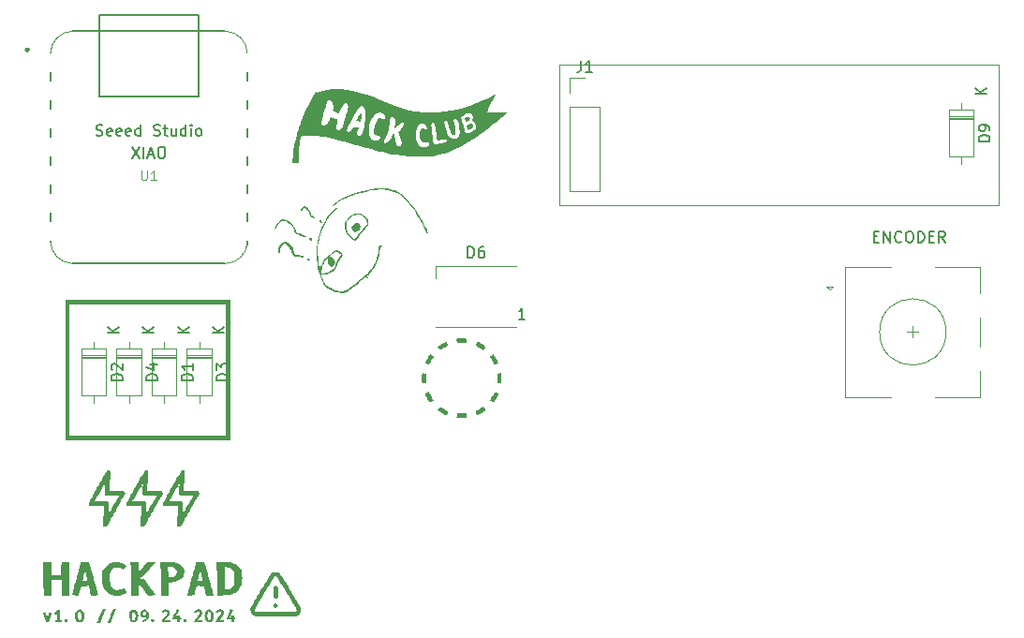
<source format=gbr>
%TF.GenerationSoftware,KiCad,Pcbnew,8.0.0*%
%TF.CreationDate,2024-10-07T09:35:36-04:00*%
%TF.ProjectId,orpheuspad_pcb,6f727068-6575-4737-9061-645f7063622e,rev?*%
%TF.SameCoordinates,Original*%
%TF.FileFunction,Legend,Top*%
%TF.FilePolarity,Positive*%
%FSLAX46Y46*%
G04 Gerber Fmt 4.6, Leading zero omitted, Abs format (unit mm)*
G04 Created by KiCad (PCBNEW 8.0.0) date 2024-10-07 09:35:36*
%MOMM*%
%LPD*%
G01*
G04 APERTURE LIST*
%ADD10C,0.100000*%
%ADD11C,0.150000*%
%ADD12C,0.101600*%
%ADD13C,0.120000*%
%ADD14C,0.127000*%
%ADD15C,0.254000*%
%ADD16C,0.025400*%
%ADD17C,0.000000*%
%ADD18R,1.600000X1.600000*%
%ADD19O,1.600000X1.600000*%
%ADD20R,3.500000X1.700000*%
%ADD21O,3.600000X1.700000*%
%ADD22O,3.700000X1.700000*%
%ADD23R,1.700000X1.700000*%
%ADD24O,1.700000X1.700000*%
%ADD25C,1.701800*%
%ADD26C,3.987800*%
%ADD27R,1.500000X0.900000*%
%ADD28R,2.000000X2.000000*%
%ADD29C,2.000000*%
%ADD30R,3.200000X2.000000*%
%ADD31C,3.200000*%
G04 APERTURE END LIST*
D10*
X149256750Y-75723750D02*
X188944250Y-75723750D01*
X188944250Y-88423750D01*
X149256750Y-88423750D01*
X149256750Y-75723750D01*
D11*
X112906069Y-104243094D02*
X111906069Y-104243094D01*
X111906069Y-104243094D02*
X111906069Y-104004999D01*
X111906069Y-104004999D02*
X111953688Y-103862142D01*
X111953688Y-103862142D02*
X112048926Y-103766904D01*
X112048926Y-103766904D02*
X112144164Y-103719285D01*
X112144164Y-103719285D02*
X112334640Y-103671666D01*
X112334640Y-103671666D02*
X112477497Y-103671666D01*
X112477497Y-103671666D02*
X112667973Y-103719285D01*
X112667973Y-103719285D02*
X112763211Y-103766904D01*
X112763211Y-103766904D02*
X112858450Y-103862142D01*
X112858450Y-103862142D02*
X112906069Y-104004999D01*
X112906069Y-104004999D02*
X112906069Y-104243094D01*
X112239402Y-102814523D02*
X112906069Y-102814523D01*
X111858450Y-103052618D02*
X112572735Y-103290713D01*
X112572735Y-103290713D02*
X112572735Y-102671666D01*
X112586069Y-99956904D02*
X111586069Y-99956904D01*
X112586069Y-99385476D02*
X112014640Y-99814047D01*
X111586069Y-99385476D02*
X112157497Y-99956904D01*
D12*
X111458666Y-85241985D02*
X111458666Y-85961652D01*
X111458666Y-85961652D02*
X111501000Y-86046318D01*
X111501000Y-86046318D02*
X111543333Y-86088652D01*
X111543333Y-86088652D02*
X111628000Y-86130985D01*
X111628000Y-86130985D02*
X111797333Y-86130985D01*
X111797333Y-86130985D02*
X111882000Y-86088652D01*
X111882000Y-86088652D02*
X111924333Y-86046318D01*
X111924333Y-86046318D02*
X111966666Y-85961652D01*
X111966666Y-85961652D02*
X111966666Y-85241985D01*
X112855666Y-86130985D02*
X112347666Y-86130985D01*
X112601666Y-86130985D02*
X112601666Y-85241985D01*
X112601666Y-85241985D02*
X112516999Y-85368985D01*
X112516999Y-85368985D02*
X112432333Y-85453652D01*
X112432333Y-85453652D02*
X112347666Y-85495985D01*
D11*
X110612191Y-83139819D02*
X111278857Y-84139819D01*
X111278857Y-83139819D02*
X110612191Y-84139819D01*
X111659810Y-84139819D02*
X111659810Y-83139819D01*
X112088381Y-83854104D02*
X112564571Y-83854104D01*
X111993143Y-84139819D02*
X112326476Y-83139819D01*
X112326476Y-83139819D02*
X112659809Y-84139819D01*
X113183619Y-83139819D02*
X113374095Y-83139819D01*
X113374095Y-83139819D02*
X113469333Y-83187438D01*
X113469333Y-83187438D02*
X113564571Y-83282676D01*
X113564571Y-83282676D02*
X113612190Y-83473152D01*
X113612190Y-83473152D02*
X113612190Y-83806485D01*
X113612190Y-83806485D02*
X113564571Y-83996961D01*
X113564571Y-83996961D02*
X113469333Y-84092200D01*
X113469333Y-84092200D02*
X113374095Y-84139819D01*
X113374095Y-84139819D02*
X113183619Y-84139819D01*
X113183619Y-84139819D02*
X113088381Y-84092200D01*
X113088381Y-84092200D02*
X112993143Y-83996961D01*
X112993143Y-83996961D02*
X112945524Y-83806485D01*
X112945524Y-83806485D02*
X112945524Y-83473152D01*
X112945524Y-83473152D02*
X112993143Y-83282676D01*
X112993143Y-83282676D02*
X113088381Y-83187438D01*
X113088381Y-83187438D02*
X113183619Y-83139819D01*
X107374095Y-82092200D02*
X107516952Y-82139819D01*
X107516952Y-82139819D02*
X107755047Y-82139819D01*
X107755047Y-82139819D02*
X107850285Y-82092200D01*
X107850285Y-82092200D02*
X107897904Y-82044580D01*
X107897904Y-82044580D02*
X107945523Y-81949342D01*
X107945523Y-81949342D02*
X107945523Y-81854104D01*
X107945523Y-81854104D02*
X107897904Y-81758866D01*
X107897904Y-81758866D02*
X107850285Y-81711247D01*
X107850285Y-81711247D02*
X107755047Y-81663628D01*
X107755047Y-81663628D02*
X107564571Y-81616009D01*
X107564571Y-81616009D02*
X107469333Y-81568390D01*
X107469333Y-81568390D02*
X107421714Y-81520771D01*
X107421714Y-81520771D02*
X107374095Y-81425533D01*
X107374095Y-81425533D02*
X107374095Y-81330295D01*
X107374095Y-81330295D02*
X107421714Y-81235057D01*
X107421714Y-81235057D02*
X107469333Y-81187438D01*
X107469333Y-81187438D02*
X107564571Y-81139819D01*
X107564571Y-81139819D02*
X107802666Y-81139819D01*
X107802666Y-81139819D02*
X107945523Y-81187438D01*
X108755047Y-82092200D02*
X108659809Y-82139819D01*
X108659809Y-82139819D02*
X108469333Y-82139819D01*
X108469333Y-82139819D02*
X108374095Y-82092200D01*
X108374095Y-82092200D02*
X108326476Y-81996961D01*
X108326476Y-81996961D02*
X108326476Y-81616009D01*
X108326476Y-81616009D02*
X108374095Y-81520771D01*
X108374095Y-81520771D02*
X108469333Y-81473152D01*
X108469333Y-81473152D02*
X108659809Y-81473152D01*
X108659809Y-81473152D02*
X108755047Y-81520771D01*
X108755047Y-81520771D02*
X108802666Y-81616009D01*
X108802666Y-81616009D02*
X108802666Y-81711247D01*
X108802666Y-81711247D02*
X108326476Y-81806485D01*
X109612190Y-82092200D02*
X109516952Y-82139819D01*
X109516952Y-82139819D02*
X109326476Y-82139819D01*
X109326476Y-82139819D02*
X109231238Y-82092200D01*
X109231238Y-82092200D02*
X109183619Y-81996961D01*
X109183619Y-81996961D02*
X109183619Y-81616009D01*
X109183619Y-81616009D02*
X109231238Y-81520771D01*
X109231238Y-81520771D02*
X109326476Y-81473152D01*
X109326476Y-81473152D02*
X109516952Y-81473152D01*
X109516952Y-81473152D02*
X109612190Y-81520771D01*
X109612190Y-81520771D02*
X109659809Y-81616009D01*
X109659809Y-81616009D02*
X109659809Y-81711247D01*
X109659809Y-81711247D02*
X109183619Y-81806485D01*
X110469333Y-82092200D02*
X110374095Y-82139819D01*
X110374095Y-82139819D02*
X110183619Y-82139819D01*
X110183619Y-82139819D02*
X110088381Y-82092200D01*
X110088381Y-82092200D02*
X110040762Y-81996961D01*
X110040762Y-81996961D02*
X110040762Y-81616009D01*
X110040762Y-81616009D02*
X110088381Y-81520771D01*
X110088381Y-81520771D02*
X110183619Y-81473152D01*
X110183619Y-81473152D02*
X110374095Y-81473152D01*
X110374095Y-81473152D02*
X110469333Y-81520771D01*
X110469333Y-81520771D02*
X110516952Y-81616009D01*
X110516952Y-81616009D02*
X110516952Y-81711247D01*
X110516952Y-81711247D02*
X110040762Y-81806485D01*
X111374095Y-82139819D02*
X111374095Y-81139819D01*
X111374095Y-82092200D02*
X111278857Y-82139819D01*
X111278857Y-82139819D02*
X111088381Y-82139819D01*
X111088381Y-82139819D02*
X110993143Y-82092200D01*
X110993143Y-82092200D02*
X110945524Y-82044580D01*
X110945524Y-82044580D02*
X110897905Y-81949342D01*
X110897905Y-81949342D02*
X110897905Y-81663628D01*
X110897905Y-81663628D02*
X110945524Y-81568390D01*
X110945524Y-81568390D02*
X110993143Y-81520771D01*
X110993143Y-81520771D02*
X111088381Y-81473152D01*
X111088381Y-81473152D02*
X111278857Y-81473152D01*
X111278857Y-81473152D02*
X111374095Y-81520771D01*
X112564572Y-82092200D02*
X112707429Y-82139819D01*
X112707429Y-82139819D02*
X112945524Y-82139819D01*
X112945524Y-82139819D02*
X113040762Y-82092200D01*
X113040762Y-82092200D02*
X113088381Y-82044580D01*
X113088381Y-82044580D02*
X113136000Y-81949342D01*
X113136000Y-81949342D02*
X113136000Y-81854104D01*
X113136000Y-81854104D02*
X113088381Y-81758866D01*
X113088381Y-81758866D02*
X113040762Y-81711247D01*
X113040762Y-81711247D02*
X112945524Y-81663628D01*
X112945524Y-81663628D02*
X112755048Y-81616009D01*
X112755048Y-81616009D02*
X112659810Y-81568390D01*
X112659810Y-81568390D02*
X112612191Y-81520771D01*
X112612191Y-81520771D02*
X112564572Y-81425533D01*
X112564572Y-81425533D02*
X112564572Y-81330295D01*
X112564572Y-81330295D02*
X112612191Y-81235057D01*
X112612191Y-81235057D02*
X112659810Y-81187438D01*
X112659810Y-81187438D02*
X112755048Y-81139819D01*
X112755048Y-81139819D02*
X112993143Y-81139819D01*
X112993143Y-81139819D02*
X113136000Y-81187438D01*
X113421715Y-81473152D02*
X113802667Y-81473152D01*
X113564572Y-81139819D02*
X113564572Y-81996961D01*
X113564572Y-81996961D02*
X113612191Y-82092200D01*
X113612191Y-82092200D02*
X113707429Y-82139819D01*
X113707429Y-82139819D02*
X113802667Y-82139819D01*
X114564572Y-81473152D02*
X114564572Y-82139819D01*
X114136001Y-81473152D02*
X114136001Y-81996961D01*
X114136001Y-81996961D02*
X114183620Y-82092200D01*
X114183620Y-82092200D02*
X114278858Y-82139819D01*
X114278858Y-82139819D02*
X114421715Y-82139819D01*
X114421715Y-82139819D02*
X114516953Y-82092200D01*
X114516953Y-82092200D02*
X114564572Y-82044580D01*
X115469334Y-82139819D02*
X115469334Y-81139819D01*
X115469334Y-82092200D02*
X115374096Y-82139819D01*
X115374096Y-82139819D02*
X115183620Y-82139819D01*
X115183620Y-82139819D02*
X115088382Y-82092200D01*
X115088382Y-82092200D02*
X115040763Y-82044580D01*
X115040763Y-82044580D02*
X114993144Y-81949342D01*
X114993144Y-81949342D02*
X114993144Y-81663628D01*
X114993144Y-81663628D02*
X115040763Y-81568390D01*
X115040763Y-81568390D02*
X115088382Y-81520771D01*
X115088382Y-81520771D02*
X115183620Y-81473152D01*
X115183620Y-81473152D02*
X115374096Y-81473152D01*
X115374096Y-81473152D02*
X115469334Y-81520771D01*
X115945525Y-82139819D02*
X115945525Y-81473152D01*
X115945525Y-81139819D02*
X115897906Y-81187438D01*
X115897906Y-81187438D02*
X115945525Y-81235057D01*
X115945525Y-81235057D02*
X115993144Y-81187438D01*
X115993144Y-81187438D02*
X115945525Y-81139819D01*
X115945525Y-81139819D02*
X115945525Y-81235057D01*
X116564572Y-82139819D02*
X116469334Y-82092200D01*
X116469334Y-82092200D02*
X116421715Y-82044580D01*
X116421715Y-82044580D02*
X116374096Y-81949342D01*
X116374096Y-81949342D02*
X116374096Y-81663628D01*
X116374096Y-81663628D02*
X116421715Y-81568390D01*
X116421715Y-81568390D02*
X116469334Y-81520771D01*
X116469334Y-81520771D02*
X116564572Y-81473152D01*
X116564572Y-81473152D02*
X116707429Y-81473152D01*
X116707429Y-81473152D02*
X116802667Y-81520771D01*
X116802667Y-81520771D02*
X116850286Y-81568390D01*
X116850286Y-81568390D02*
X116897905Y-81663628D01*
X116897905Y-81663628D02*
X116897905Y-81949342D01*
X116897905Y-81949342D02*
X116850286Y-82044580D01*
X116850286Y-82044580D02*
X116802667Y-82092200D01*
X116802667Y-82092200D02*
X116707429Y-82139819D01*
X116707429Y-82139819D02*
X116564572Y-82139819D01*
X116081069Y-104243094D02*
X115081069Y-104243094D01*
X115081069Y-104243094D02*
X115081069Y-104004999D01*
X115081069Y-104004999D02*
X115128688Y-103862142D01*
X115128688Y-103862142D02*
X115223926Y-103766904D01*
X115223926Y-103766904D02*
X115319164Y-103719285D01*
X115319164Y-103719285D02*
X115509640Y-103671666D01*
X115509640Y-103671666D02*
X115652497Y-103671666D01*
X115652497Y-103671666D02*
X115842973Y-103719285D01*
X115842973Y-103719285D02*
X115938211Y-103766904D01*
X115938211Y-103766904D02*
X116033450Y-103862142D01*
X116033450Y-103862142D02*
X116081069Y-104004999D01*
X116081069Y-104004999D02*
X116081069Y-104243094D01*
X116081069Y-102719285D02*
X116081069Y-103290713D01*
X116081069Y-103004999D02*
X115081069Y-103004999D01*
X115081069Y-103004999D02*
X115223926Y-103100237D01*
X115223926Y-103100237D02*
X115319164Y-103195475D01*
X115319164Y-103195475D02*
X115366783Y-103290713D01*
X115761069Y-99956904D02*
X114761069Y-99956904D01*
X115761069Y-99385476D02*
X115189640Y-99814047D01*
X114761069Y-99385476D02*
X115332497Y-99956904D01*
X151177666Y-75356819D02*
X151177666Y-76071104D01*
X151177666Y-76071104D02*
X151130047Y-76213961D01*
X151130047Y-76213961D02*
X151034809Y-76309200D01*
X151034809Y-76309200D02*
X150891952Y-76356819D01*
X150891952Y-76356819D02*
X150796714Y-76356819D01*
X152177666Y-76356819D02*
X151606238Y-76356819D01*
X151891952Y-76356819D02*
X151891952Y-75356819D01*
X151891952Y-75356819D02*
X151796714Y-75499676D01*
X151796714Y-75499676D02*
X151701476Y-75594914D01*
X151701476Y-75594914D02*
X151606238Y-75642533D01*
X140956905Y-93164819D02*
X140956905Y-92164819D01*
X140956905Y-92164819D02*
X141195000Y-92164819D01*
X141195000Y-92164819D02*
X141337857Y-92212438D01*
X141337857Y-92212438D02*
X141433095Y-92307676D01*
X141433095Y-92307676D02*
X141480714Y-92402914D01*
X141480714Y-92402914D02*
X141528333Y-92593390D01*
X141528333Y-92593390D02*
X141528333Y-92736247D01*
X141528333Y-92736247D02*
X141480714Y-92926723D01*
X141480714Y-92926723D02*
X141433095Y-93021961D01*
X141433095Y-93021961D02*
X141337857Y-93117200D01*
X141337857Y-93117200D02*
X141195000Y-93164819D01*
X141195000Y-93164819D02*
X140956905Y-93164819D01*
X142385476Y-92164819D02*
X142195000Y-92164819D01*
X142195000Y-92164819D02*
X142099762Y-92212438D01*
X142099762Y-92212438D02*
X142052143Y-92260057D01*
X142052143Y-92260057D02*
X141956905Y-92402914D01*
X141956905Y-92402914D02*
X141909286Y-92593390D01*
X141909286Y-92593390D02*
X141909286Y-92974342D01*
X141909286Y-92974342D02*
X141956905Y-93069580D01*
X141956905Y-93069580D02*
X142004524Y-93117200D01*
X142004524Y-93117200D02*
X142099762Y-93164819D01*
X142099762Y-93164819D02*
X142290238Y-93164819D01*
X142290238Y-93164819D02*
X142385476Y-93117200D01*
X142385476Y-93117200D02*
X142433095Y-93069580D01*
X142433095Y-93069580D02*
X142480714Y-92974342D01*
X142480714Y-92974342D02*
X142480714Y-92736247D01*
X142480714Y-92736247D02*
X142433095Y-92641009D01*
X142433095Y-92641009D02*
X142385476Y-92593390D01*
X142385476Y-92593390D02*
X142290238Y-92545771D01*
X142290238Y-92545771D02*
X142099762Y-92545771D01*
X142099762Y-92545771D02*
X142004524Y-92593390D01*
X142004524Y-92593390D02*
X141956905Y-92641009D01*
X141956905Y-92641009D02*
X141909286Y-92736247D01*
X146130714Y-98700819D02*
X145559286Y-98700819D01*
X145845000Y-98700819D02*
X145845000Y-97700819D01*
X145845000Y-97700819D02*
X145749762Y-97843676D01*
X145749762Y-97843676D02*
X145654524Y-97938914D01*
X145654524Y-97938914D02*
X145559286Y-97986533D01*
X109731069Y-104243094D02*
X108731069Y-104243094D01*
X108731069Y-104243094D02*
X108731069Y-104004999D01*
X108731069Y-104004999D02*
X108778688Y-103862142D01*
X108778688Y-103862142D02*
X108873926Y-103766904D01*
X108873926Y-103766904D02*
X108969164Y-103719285D01*
X108969164Y-103719285D02*
X109159640Y-103671666D01*
X109159640Y-103671666D02*
X109302497Y-103671666D01*
X109302497Y-103671666D02*
X109492973Y-103719285D01*
X109492973Y-103719285D02*
X109588211Y-103766904D01*
X109588211Y-103766904D02*
X109683450Y-103862142D01*
X109683450Y-103862142D02*
X109731069Y-104004999D01*
X109731069Y-104004999D02*
X109731069Y-104243094D01*
X108826307Y-103290713D02*
X108778688Y-103243094D01*
X108778688Y-103243094D02*
X108731069Y-103147856D01*
X108731069Y-103147856D02*
X108731069Y-102909761D01*
X108731069Y-102909761D02*
X108778688Y-102814523D01*
X108778688Y-102814523D02*
X108826307Y-102766904D01*
X108826307Y-102766904D02*
X108921545Y-102719285D01*
X108921545Y-102719285D02*
X109016783Y-102719285D01*
X109016783Y-102719285D02*
X109159640Y-102766904D01*
X109159640Y-102766904D02*
X109731069Y-103338332D01*
X109731069Y-103338332D02*
X109731069Y-102719285D01*
X109411069Y-99956904D02*
X108411069Y-99956904D01*
X109411069Y-99385476D02*
X108839640Y-99814047D01*
X108411069Y-99385476D02*
X108982497Y-99956904D01*
X177633714Y-91244009D02*
X177967047Y-91244009D01*
X178109904Y-91767819D02*
X177633714Y-91767819D01*
X177633714Y-91767819D02*
X177633714Y-90767819D01*
X177633714Y-90767819D02*
X178109904Y-90767819D01*
X178538476Y-91767819D02*
X178538476Y-90767819D01*
X178538476Y-90767819D02*
X179109904Y-91767819D01*
X179109904Y-91767819D02*
X179109904Y-90767819D01*
X180157523Y-91672580D02*
X180109904Y-91720200D01*
X180109904Y-91720200D02*
X179967047Y-91767819D01*
X179967047Y-91767819D02*
X179871809Y-91767819D01*
X179871809Y-91767819D02*
X179728952Y-91720200D01*
X179728952Y-91720200D02*
X179633714Y-91624961D01*
X179633714Y-91624961D02*
X179586095Y-91529723D01*
X179586095Y-91529723D02*
X179538476Y-91339247D01*
X179538476Y-91339247D02*
X179538476Y-91196390D01*
X179538476Y-91196390D02*
X179586095Y-91005914D01*
X179586095Y-91005914D02*
X179633714Y-90910676D01*
X179633714Y-90910676D02*
X179728952Y-90815438D01*
X179728952Y-90815438D02*
X179871809Y-90767819D01*
X179871809Y-90767819D02*
X179967047Y-90767819D01*
X179967047Y-90767819D02*
X180109904Y-90815438D01*
X180109904Y-90815438D02*
X180157523Y-90863057D01*
X180776571Y-90767819D02*
X180967047Y-90767819D01*
X180967047Y-90767819D02*
X181062285Y-90815438D01*
X181062285Y-90815438D02*
X181157523Y-90910676D01*
X181157523Y-90910676D02*
X181205142Y-91101152D01*
X181205142Y-91101152D02*
X181205142Y-91434485D01*
X181205142Y-91434485D02*
X181157523Y-91624961D01*
X181157523Y-91624961D02*
X181062285Y-91720200D01*
X181062285Y-91720200D02*
X180967047Y-91767819D01*
X180967047Y-91767819D02*
X180776571Y-91767819D01*
X180776571Y-91767819D02*
X180681333Y-91720200D01*
X180681333Y-91720200D02*
X180586095Y-91624961D01*
X180586095Y-91624961D02*
X180538476Y-91434485D01*
X180538476Y-91434485D02*
X180538476Y-91101152D01*
X180538476Y-91101152D02*
X180586095Y-90910676D01*
X180586095Y-90910676D02*
X180681333Y-90815438D01*
X180681333Y-90815438D02*
X180776571Y-90767819D01*
X181633714Y-91767819D02*
X181633714Y-90767819D01*
X181633714Y-90767819D02*
X181871809Y-90767819D01*
X181871809Y-90767819D02*
X182014666Y-90815438D01*
X182014666Y-90815438D02*
X182109904Y-90910676D01*
X182109904Y-90910676D02*
X182157523Y-91005914D01*
X182157523Y-91005914D02*
X182205142Y-91196390D01*
X182205142Y-91196390D02*
X182205142Y-91339247D01*
X182205142Y-91339247D02*
X182157523Y-91529723D01*
X182157523Y-91529723D02*
X182109904Y-91624961D01*
X182109904Y-91624961D02*
X182014666Y-91720200D01*
X182014666Y-91720200D02*
X181871809Y-91767819D01*
X181871809Y-91767819D02*
X181633714Y-91767819D01*
X182633714Y-91244009D02*
X182967047Y-91244009D01*
X183109904Y-91767819D02*
X182633714Y-91767819D01*
X182633714Y-91767819D02*
X182633714Y-90767819D01*
X182633714Y-90767819D02*
X183109904Y-90767819D01*
X184109904Y-91767819D02*
X183776571Y-91291628D01*
X183538476Y-91767819D02*
X183538476Y-90767819D01*
X183538476Y-90767819D02*
X183919428Y-90767819D01*
X183919428Y-90767819D02*
X184014666Y-90815438D01*
X184014666Y-90815438D02*
X184062285Y-90863057D01*
X184062285Y-90863057D02*
X184109904Y-90958295D01*
X184109904Y-90958295D02*
X184109904Y-91101152D01*
X184109904Y-91101152D02*
X184062285Y-91196390D01*
X184062285Y-91196390D02*
X184014666Y-91244009D01*
X184014666Y-91244009D02*
X183919428Y-91291628D01*
X183919428Y-91291628D02*
X183538476Y-91291628D01*
X119256069Y-104243094D02*
X118256069Y-104243094D01*
X118256069Y-104243094D02*
X118256069Y-104004999D01*
X118256069Y-104004999D02*
X118303688Y-103862142D01*
X118303688Y-103862142D02*
X118398926Y-103766904D01*
X118398926Y-103766904D02*
X118494164Y-103719285D01*
X118494164Y-103719285D02*
X118684640Y-103671666D01*
X118684640Y-103671666D02*
X118827497Y-103671666D01*
X118827497Y-103671666D02*
X119017973Y-103719285D01*
X119017973Y-103719285D02*
X119113211Y-103766904D01*
X119113211Y-103766904D02*
X119208450Y-103862142D01*
X119208450Y-103862142D02*
X119256069Y-104004999D01*
X119256069Y-104004999D02*
X119256069Y-104243094D01*
X118256069Y-103338332D02*
X118256069Y-102719285D01*
X118256069Y-102719285D02*
X118637021Y-103052618D01*
X118637021Y-103052618D02*
X118637021Y-102909761D01*
X118637021Y-102909761D02*
X118684640Y-102814523D01*
X118684640Y-102814523D02*
X118732259Y-102766904D01*
X118732259Y-102766904D02*
X118827497Y-102719285D01*
X118827497Y-102719285D02*
X119065592Y-102719285D01*
X119065592Y-102719285D02*
X119160830Y-102766904D01*
X119160830Y-102766904D02*
X119208450Y-102814523D01*
X119208450Y-102814523D02*
X119256069Y-102909761D01*
X119256069Y-102909761D02*
X119256069Y-103195475D01*
X119256069Y-103195475D02*
X119208450Y-103290713D01*
X119208450Y-103290713D02*
X119160830Y-103338332D01*
X118936069Y-99956904D02*
X117936069Y-99956904D01*
X118936069Y-99385476D02*
X118364640Y-99814047D01*
X117936069Y-99385476D02*
X118507497Y-99956904D01*
X188121819Y-82653094D02*
X187121819Y-82653094D01*
X187121819Y-82653094D02*
X187121819Y-82414999D01*
X187121819Y-82414999D02*
X187169438Y-82272142D01*
X187169438Y-82272142D02*
X187264676Y-82176904D01*
X187264676Y-82176904D02*
X187359914Y-82129285D01*
X187359914Y-82129285D02*
X187550390Y-82081666D01*
X187550390Y-82081666D02*
X187693247Y-82081666D01*
X187693247Y-82081666D02*
X187883723Y-82129285D01*
X187883723Y-82129285D02*
X187978961Y-82176904D01*
X187978961Y-82176904D02*
X188074200Y-82272142D01*
X188074200Y-82272142D02*
X188121819Y-82414999D01*
X188121819Y-82414999D02*
X188121819Y-82653094D01*
X188121819Y-81605475D02*
X188121819Y-81414999D01*
X188121819Y-81414999D02*
X188074200Y-81319761D01*
X188074200Y-81319761D02*
X188026580Y-81272142D01*
X188026580Y-81272142D02*
X187883723Y-81176904D01*
X187883723Y-81176904D02*
X187693247Y-81129285D01*
X187693247Y-81129285D02*
X187312295Y-81129285D01*
X187312295Y-81129285D02*
X187217057Y-81176904D01*
X187217057Y-81176904D02*
X187169438Y-81224523D01*
X187169438Y-81224523D02*
X187121819Y-81319761D01*
X187121819Y-81319761D02*
X187121819Y-81510237D01*
X187121819Y-81510237D02*
X187169438Y-81605475D01*
X187169438Y-81605475D02*
X187217057Y-81653094D01*
X187217057Y-81653094D02*
X187312295Y-81700713D01*
X187312295Y-81700713D02*
X187550390Y-81700713D01*
X187550390Y-81700713D02*
X187645628Y-81653094D01*
X187645628Y-81653094D02*
X187693247Y-81605475D01*
X187693247Y-81605475D02*
X187740866Y-81510237D01*
X187740866Y-81510237D02*
X187740866Y-81319761D01*
X187740866Y-81319761D02*
X187693247Y-81224523D01*
X187693247Y-81224523D02*
X187645628Y-81176904D01*
X187645628Y-81176904D02*
X187550390Y-81129285D01*
X187801819Y-78366904D02*
X186801819Y-78366904D01*
X187801819Y-77795476D02*
X187230390Y-78224047D01*
X186801819Y-77795476D02*
X187373247Y-78366904D01*
D13*
%TO.C,D4*%
X109211250Y-101385000D02*
X109211250Y-105625000D01*
X109211250Y-105625000D02*
X111451250Y-105625000D01*
X110331250Y-100735000D02*
X110331250Y-101385000D01*
X110331250Y-106275000D02*
X110331250Y-105625000D01*
X111451250Y-101385000D02*
X109211250Y-101385000D01*
X111451250Y-101985000D02*
X109211250Y-101985000D01*
X111451250Y-102105000D02*
X109211250Y-102105000D01*
X111451250Y-102225000D02*
X109211250Y-102225000D01*
X111451250Y-105625000D02*
X111451250Y-101385000D01*
D14*
%TO.C,U1*%
X103236000Y-74685000D02*
X103236000Y-91685000D01*
X105236000Y-93685000D02*
X119036000Y-93685000D01*
X107636000Y-71260970D02*
X116636000Y-71260970D01*
X107636000Y-78614270D02*
X107636000Y-71260970D01*
X116636000Y-71260970D02*
X116636000Y-78614270D01*
X116636000Y-78614270D02*
X107636000Y-78614270D01*
X119036000Y-72685910D02*
X105236000Y-72685910D01*
X121036000Y-91685000D02*
X121036000Y-74685000D01*
D13*
X103236001Y-74685000D02*
G75*
G02*
X105236000Y-72685001I2044611J-44612D01*
G01*
X105236000Y-93684999D02*
G75*
G02*
X103236001Y-91685000I44857J2044856D01*
G01*
X119036000Y-72685000D02*
G75*
G02*
X121036000Y-74685000I-44600J-2044600D01*
G01*
X121036000Y-91685000D02*
G75*
G02*
X119036000Y-93685000I-2000000J0D01*
G01*
D15*
X101263000Y-74385000D02*
G75*
G02*
X101009000Y-74385000I-127000J0D01*
G01*
X101009000Y-74385000D02*
G75*
G02*
X101263000Y-74385000I127000J0D01*
G01*
D16*
X103248285Y-74623295D02*
X103251333Y-74574527D01*
X103255397Y-74525506D01*
X103248285Y-74623295D01*
X121023713Y-91755850D02*
X121020665Y-91804618D01*
X121016601Y-91853639D01*
X121011268Y-91902407D01*
X121004664Y-91951175D01*
X120997044Y-91999690D01*
X120988153Y-92047950D01*
X120978248Y-92095955D01*
X121025492Y-91706574D01*
X121023713Y-91755850D01*
D13*
%TO.C,D1*%
X112386250Y-101385000D02*
X112386250Y-105625000D01*
X112386250Y-105625000D02*
X114626250Y-105625000D01*
X113506250Y-100735000D02*
X113506250Y-101385000D01*
X113506250Y-106275000D02*
X113506250Y-105625000D01*
X114626250Y-101385000D02*
X112386250Y-101385000D01*
X114626250Y-101985000D02*
X112386250Y-101985000D01*
X114626250Y-102105000D02*
X112386250Y-102105000D01*
X114626250Y-102225000D02*
X112386250Y-102225000D01*
X114626250Y-105625000D02*
X114626250Y-101385000D01*
%TO.C,J1*%
X150181000Y-76902000D02*
X151511000Y-76902000D01*
X150181000Y-78232000D02*
X150181000Y-76902000D01*
X150181000Y-79502000D02*
X150181000Y-87182000D01*
X150181000Y-79502000D02*
X152841000Y-79502000D01*
X150181000Y-87182000D02*
X152841000Y-87182000D01*
X152841000Y-79502000D02*
X152841000Y-87182000D01*
%TO.C,D6*%
X138045000Y-93896000D02*
X138045000Y-95046000D01*
X145345000Y-93896000D02*
X138045000Y-93896000D01*
X145345000Y-99396000D02*
X138045000Y-99396000D01*
%TO.C,D2*%
X106036250Y-101385000D02*
X106036250Y-105625000D01*
X106036250Y-105625000D02*
X108276250Y-105625000D01*
X107156250Y-100735000D02*
X107156250Y-101385000D01*
X107156250Y-106275000D02*
X107156250Y-105625000D01*
X108276250Y-101385000D02*
X106036250Y-101385000D01*
X108276250Y-101985000D02*
X106036250Y-101985000D01*
X108276250Y-102105000D02*
X106036250Y-102105000D01*
X108276250Y-102225000D02*
X106036250Y-102225000D01*
X108276250Y-105625000D02*
X108276250Y-101385000D01*
%TO.C,ENCODER*%
X173369000Y-95765750D02*
X173969000Y-95765750D01*
X173669000Y-96065750D02*
X173369000Y-95765750D01*
X173969000Y-95765750D02*
X173669000Y-96065750D01*
X175069000Y-93965750D02*
X175069000Y-105765750D01*
X179169000Y-93965750D02*
X175069000Y-93965750D01*
X179169000Y-105765750D02*
X175069000Y-105765750D01*
X180669000Y-99865750D02*
X181669000Y-99865750D01*
X181169000Y-99365750D02*
X181169000Y-100365750D01*
X183169000Y-93965750D02*
X187269000Y-93965750D01*
X187269000Y-93965750D02*
X187269000Y-96365750D01*
X187269000Y-98565750D02*
X187269000Y-101165750D01*
X187269000Y-103365750D02*
X187269000Y-105765750D01*
X187269000Y-105765750D02*
X183169000Y-105765750D01*
X184169000Y-99865750D02*
G75*
G02*
X178169000Y-99865750I-3000000J0D01*
G01*
X178169000Y-99865750D02*
G75*
G02*
X184169000Y-99865750I3000000J0D01*
G01*
D17*
%TO.C,G\u002A\u002A\u002A*%
G36*
X107959105Y-125514788D02*
G01*
X107695944Y-126152916D01*
X107563327Y-126152916D01*
X107430709Y-126152916D01*
X107543612Y-125883902D01*
X107595799Y-125759230D01*
X107659832Y-125605771D01*
X107728433Y-125440987D01*
X107794327Y-125282342D01*
X107809489Y-125245773D01*
X107962464Y-124876660D01*
X108092365Y-124876660D01*
X108222265Y-124876660D01*
X107959105Y-125514788D01*
G37*
G36*
X108935065Y-125514788D02*
G01*
X108671905Y-126152916D01*
X108539287Y-126152916D01*
X108406669Y-126152916D01*
X108519572Y-125883902D01*
X108571760Y-125759230D01*
X108635792Y-125605771D01*
X108704394Y-125440987D01*
X108770288Y-125282342D01*
X108785450Y-125245773D01*
X108938425Y-124876660D01*
X109068325Y-124876660D01*
X109198225Y-124876660D01*
X108935065Y-125514788D01*
G37*
G36*
X104689861Y-125807307D02*
G01*
X104754104Y-125839148D01*
X104793835Y-125897404D01*
X104800025Y-125937212D01*
X104779989Y-126018490D01*
X104728389Y-126070591D01*
X104657987Y-126087279D01*
X104581547Y-126062319D01*
X104566223Y-126051440D01*
X104512742Y-125985699D01*
X104503745Y-125914453D01*
X104540346Y-125848853D01*
X104545493Y-125843987D01*
X104615520Y-125807160D01*
X104689861Y-125807307D01*
G37*
G36*
X127593786Y-89724942D02*
G01*
X127642601Y-89760397D01*
X127688351Y-89806422D01*
X127748965Y-89884884D01*
X127771107Y-89945327D01*
X127757334Y-89982040D01*
X127710202Y-89989313D01*
X127632267Y-89961435D01*
X127621514Y-89955755D01*
X127555363Y-89903900D01*
X127515531Y-89841316D01*
X127508870Y-89781755D01*
X127521682Y-89755444D01*
X127556980Y-89724362D01*
X127593786Y-89724942D01*
G37*
G36*
X112537228Y-125812495D02*
G01*
X112581805Y-125850976D01*
X112606252Y-125939186D01*
X112586420Y-126017179D01*
X112526544Y-126074052D01*
X112489259Y-126089382D01*
X112433957Y-126088778D01*
X112375671Y-126048187D01*
X112370392Y-126042997D01*
X112320365Y-125980835D01*
X112311941Y-125926396D01*
X112342966Y-125863108D01*
X112346370Y-125858189D01*
X112399798Y-125816157D01*
X112469894Y-125800727D01*
X112537228Y-125812495D01*
G37*
G36*
X115473766Y-125812388D02*
G01*
X115505562Y-125832601D01*
X115530905Y-125887675D01*
X115532054Y-125960781D01*
X115509169Y-126026229D01*
X115504311Y-126032996D01*
X115439362Y-126084137D01*
X115367587Y-126086890D01*
X115298274Y-126042997D01*
X115248247Y-125980835D01*
X115239823Y-125926396D01*
X115270848Y-125863108D01*
X115274252Y-125858189D01*
X115328224Y-125817765D01*
X115402375Y-125801652D01*
X115473766Y-125812388D01*
G37*
G36*
X126610736Y-93212194D02*
G01*
X126645906Y-93257033D01*
X126679270Y-93321894D01*
X126682560Y-93368533D01*
X126672091Y-93394669D01*
X126627094Y-93438474D01*
X126566026Y-93436506D01*
X126492582Y-93388970D01*
X126487522Y-93384358D01*
X126436818Y-93328623D01*
X126424063Y-93281101D01*
X126444788Y-93223438D01*
X126447211Y-93218857D01*
X126492190Y-93175434D01*
X126550294Y-93173904D01*
X126610736Y-93212194D01*
G37*
G36*
X123680084Y-124398854D02*
G01*
X123750008Y-124457727D01*
X123789513Y-124539004D01*
X123793720Y-124576365D01*
X123771033Y-124662926D01*
X123712160Y-124732850D01*
X123630884Y-124772355D01*
X123593523Y-124776562D01*
X123505692Y-124753168D01*
X123454750Y-124715138D01*
X123406150Y-124636787D01*
X123398222Y-124551364D01*
X123425839Y-124471387D01*
X123483879Y-124409371D01*
X123567217Y-124377834D01*
X123593523Y-124376168D01*
X123680084Y-124398854D01*
G37*
G36*
X126756666Y-91343034D02*
G01*
X126783585Y-91368041D01*
X126835644Y-91411898D01*
X126875050Y-91432289D01*
X126912592Y-91465899D01*
X126919499Y-91521256D01*
X126895667Y-91580448D01*
X126876035Y-91602535D01*
X126821662Y-91639021D01*
X126773069Y-91633913D01*
X126740024Y-91612670D01*
X126693691Y-91553990D01*
X126659492Y-91468060D01*
X126646528Y-91379563D01*
X126662646Y-91331434D01*
X126703239Y-91318931D01*
X126756666Y-91343034D01*
G37*
G36*
X119489483Y-103305429D02*
G01*
X119489483Y-109661685D01*
X112032143Y-109661685D01*
X104574803Y-109661685D01*
X104574803Y-103305429D01*
X104574803Y-97349567D01*
X104975198Y-97349567D01*
X104975198Y-103305429D01*
X104975198Y-109261291D01*
X112032143Y-109261291D01*
X119089089Y-109261291D01*
X119089089Y-103305429D01*
X119089089Y-97349567D01*
X112032143Y-97349567D01*
X104975198Y-97349567D01*
X104574803Y-97349567D01*
X104574803Y-96949173D01*
X112032143Y-96949173D01*
X119489483Y-96949173D01*
X119489483Y-103305429D01*
G37*
G36*
X141329800Y-81086974D02*
G01*
X141398900Y-81140041D01*
X141433437Y-81220135D01*
X141436084Y-81254217D01*
X141420399Y-81334946D01*
X141370472Y-81408615D01*
X141281996Y-81479042D01*
X141150666Y-81550048D01*
X141055017Y-81592230D01*
X140961732Y-81631079D01*
X140934548Y-81526234D01*
X140910790Y-81435161D01*
X140887462Y-81346550D01*
X140884080Y-81333803D01*
X140864854Y-81245872D01*
X140869580Y-81189964D01*
X140904996Y-81151109D01*
X140977836Y-81114337D01*
X140984024Y-81111663D01*
X141115472Y-81070612D01*
X141233027Y-81063107D01*
X141329800Y-81086974D01*
G37*
G36*
X141076362Y-80430517D02*
G01*
X141110764Y-80457941D01*
X141151987Y-80515643D01*
X141155352Y-80578070D01*
X141124334Y-80656094D01*
X141086997Y-80702826D01*
X141024083Y-80759554D01*
X140950033Y-80815555D01*
X140879289Y-80860104D01*
X140826295Y-80882478D01*
X140818260Y-80883360D01*
X140796910Y-80862063D01*
X140763048Y-80805591D01*
X140723160Y-80725071D01*
X140713559Y-80703740D01*
X140672495Y-80607800D01*
X140655913Y-80546244D01*
X140668673Y-80507412D01*
X140715635Y-80479644D01*
X140801658Y-80451281D01*
X140821267Y-80445334D01*
X140935335Y-80416359D01*
X141016563Y-80411254D01*
X141076362Y-80430517D01*
G37*
G36*
X140847842Y-107371931D02*
G01*
X140859520Y-107460062D01*
X140871285Y-107537866D01*
X140875559Y-107562305D01*
X140879125Y-107602297D01*
X140862313Y-107624287D01*
X140813488Y-107637296D01*
X140770644Y-107643635D01*
X140692677Y-107650000D01*
X140579356Y-107653932D01*
X140445314Y-107655472D01*
X140305184Y-107654662D01*
X140173599Y-107651544D01*
X140065194Y-107646159D01*
X140014323Y-107641491D01*
X139958578Y-107630049D01*
X139940097Y-107605700D01*
X139944181Y-107564166D01*
X139954959Y-107498628D01*
X139967333Y-107410940D01*
X139972307Y-107371931D01*
X139987631Y-107246808D01*
X140410074Y-107246808D01*
X140832517Y-107246808D01*
X140847842Y-107371931D01*
G37*
G36*
X143978194Y-103603929D02*
G01*
X143991203Y-103652753D01*
X143997542Y-103695598D01*
X144006525Y-103797026D01*
X144011693Y-103930731D01*
X144013042Y-104079185D01*
X144010567Y-104224856D01*
X144004266Y-104350213D01*
X143997707Y-104415532D01*
X143982285Y-104490528D01*
X143957844Y-104523852D01*
X143916576Y-104523865D01*
X143901010Y-104519062D01*
X143863658Y-104511636D01*
X143794337Y-104501746D01*
X143738350Y-104494994D01*
X143600715Y-104479548D01*
X143600715Y-104056636D01*
X143600715Y-103633724D01*
X143725838Y-103618400D01*
X143813969Y-103606722D01*
X143891773Y-103594957D01*
X143916212Y-103590683D01*
X143956204Y-103587117D01*
X143978194Y-103603929D01*
G37*
G36*
X136903937Y-103590683D02*
G01*
X136968206Y-103601193D01*
X137055044Y-103613399D01*
X137094311Y-103618400D01*
X137219434Y-103633724D01*
X137219434Y-104056168D01*
X137219434Y-104478611D01*
X137094311Y-104493935D01*
X137006180Y-104505614D01*
X136928376Y-104517378D01*
X136903937Y-104521653D01*
X136863945Y-104525218D01*
X136841955Y-104508406D01*
X136828945Y-104459582D01*
X136822606Y-104416737D01*
X136815408Y-104338319D01*
X136809875Y-104228734D01*
X136806849Y-104106858D01*
X136806528Y-104056168D01*
X136808240Y-103934775D01*
X136812815Y-103817684D01*
X136819411Y-103723771D01*
X136822606Y-103695598D01*
X136834513Y-103625084D01*
X136850619Y-103592752D01*
X136879945Y-103586965D01*
X136903937Y-103590683D01*
G37*
G36*
X140531467Y-100454333D02*
G01*
X140648558Y-100458908D01*
X140742471Y-100465504D01*
X140770644Y-100468700D01*
X140841158Y-100480606D01*
X140873490Y-100496712D01*
X140879277Y-100526038D01*
X140875559Y-100550030D01*
X140865049Y-100614299D01*
X140852843Y-100701137D01*
X140847842Y-100740404D01*
X140832517Y-100865527D01*
X140410074Y-100865527D01*
X139987631Y-100865527D01*
X139972307Y-100740404D01*
X139960628Y-100652273D01*
X139948864Y-100574469D01*
X139944589Y-100550030D01*
X139941024Y-100510038D01*
X139957835Y-100488048D01*
X140006660Y-100475039D01*
X140049505Y-100468700D01*
X140127923Y-100461502D01*
X140237508Y-100455968D01*
X140359384Y-100452942D01*
X140410074Y-100452621D01*
X140531467Y-100454333D01*
G37*
G36*
X131326291Y-80149602D02*
G01*
X131335230Y-80233473D01*
X131337080Y-80349995D01*
X131331735Y-80490709D01*
X131319089Y-80647151D01*
X131317307Y-80664394D01*
X131307682Y-80753300D01*
X131295226Y-80812041D01*
X131271196Y-80844891D01*
X131226849Y-80856123D01*
X131153440Y-80850009D01*
X131042226Y-80830822D01*
X130994524Y-80822130D01*
X130908360Y-80805291D01*
X130843780Y-80790351D01*
X130814545Y-80780500D01*
X130814428Y-80780390D01*
X130824246Y-80757234D01*
X130858465Y-80700134D01*
X130912633Y-80616039D01*
X130982301Y-80511902D01*
X131042685Y-80423905D01*
X131137227Y-80289805D01*
X131208297Y-80194630D01*
X131258894Y-80134829D01*
X131292015Y-80106852D01*
X131310368Y-80106845D01*
X131326291Y-80149602D01*
G37*
G36*
X131025946Y-89989482D02*
G01*
X131093060Y-90048145D01*
X131157067Y-90131468D01*
X131209858Y-90227629D01*
X131243329Y-90324808D01*
X131250920Y-90385957D01*
X131229844Y-90480770D01*
X131171361Y-90583173D01*
X131083765Y-90680357D01*
X131033581Y-90721562D01*
X130906224Y-90799788D01*
X130796697Y-90833607D01*
X130706522Y-90822623D01*
X130686201Y-90812239D01*
X130640095Y-90775666D01*
X130579025Y-90716819D01*
X130542310Y-90677470D01*
X130474200Y-90579344D01*
X130450766Y-90481084D01*
X130470507Y-90371131D01*
X130494721Y-90311147D01*
X130536984Y-90251737D01*
X130608934Y-90181345D01*
X130698383Y-90108906D01*
X130793143Y-90043353D01*
X130881025Y-89993621D01*
X130949841Y-89968642D01*
X130963830Y-89967301D01*
X131025946Y-89989482D01*
G37*
G36*
X104018005Y-124945261D02*
G01*
X104099335Y-124957415D01*
X104099335Y-125442555D01*
X104099335Y-125927695D01*
X104199434Y-125927695D01*
X104263618Y-125930659D01*
X104292150Y-125946725D01*
X104299375Y-125986648D01*
X104299532Y-126002769D01*
X104299532Y-126077842D01*
X103986725Y-126077842D01*
X103673917Y-126077842D01*
X103673917Y-126002769D01*
X103679032Y-125951806D01*
X103704613Y-125931305D01*
X103758930Y-125927695D01*
X103843943Y-125927695D01*
X103856764Y-125621143D01*
X103863266Y-125494821D01*
X103871374Y-125380250D01*
X103880031Y-125290383D01*
X103887845Y-125239517D01*
X103895481Y-125201775D01*
X103889735Y-125191892D01*
X103864584Y-125212957D01*
X103814002Y-125268058D01*
X103798730Y-125285204D01*
X103691354Y-125405965D01*
X103627207Y-125341818D01*
X103563059Y-125277670D01*
X103662281Y-125175140D01*
X103770602Y-125068341D01*
X103856155Y-124997162D01*
X103926004Y-124957035D01*
X103987214Y-124943396D01*
X104018005Y-124945261D01*
G37*
G36*
X128593113Y-93052102D02*
G01*
X128649040Y-93075845D01*
X128716686Y-93129684D01*
X128720504Y-93133121D01*
X128802245Y-93224042D01*
X128873187Y-93333792D01*
X128924713Y-93446254D01*
X128948206Y-93545309D01*
X128948794Y-93560192D01*
X128935114Y-93659419D01*
X128899246Y-93751618D01*
X128848946Y-93820745D01*
X128810451Y-93846387D01*
X128764226Y-93875799D01*
X128748597Y-93904996D01*
X128732843Y-93956334D01*
X128685248Y-93969965D01*
X128605309Y-93945941D01*
X128561837Y-93924565D01*
X128453055Y-93849340D01*
X128372630Y-93758758D01*
X128328799Y-93663387D01*
X128323178Y-93618428D01*
X128317847Y-93551615D01*
X128304369Y-93463707D01*
X128296517Y-93423970D01*
X128283252Y-93351687D01*
X128285125Y-93300552D01*
X128306965Y-93250213D01*
X128353601Y-93180318D01*
X128354702Y-93178748D01*
X128409864Y-93107150D01*
X128456423Y-93068718D01*
X128509348Y-93052467D01*
X128529875Y-93050173D01*
X128593113Y-93052102D01*
G37*
G36*
X137445130Y-105287868D02*
G01*
X137458446Y-105311971D01*
X137488222Y-105369589D01*
X137528636Y-105449422D01*
X137539123Y-105470335D01*
X137599782Y-105583375D01*
X137673468Y-105709270D01*
X137742254Y-105817737D01*
X137795354Y-105898774D01*
X137835537Y-105963622D01*
X137856171Y-106001450D01*
X137857562Y-106006061D01*
X137838974Y-106028292D01*
X137791644Y-106069040D01*
X137728220Y-106118684D01*
X137661351Y-106167605D01*
X137603688Y-106206182D01*
X137571536Y-106223587D01*
X137537943Y-106211087D01*
X137486098Y-106159613D01*
X137435535Y-106094414D01*
X137379133Y-106009604D01*
X137317785Y-105907504D01*
X137256067Y-105797071D01*
X137198556Y-105687260D01*
X137149828Y-105587028D01*
X137114460Y-105505331D01*
X137097030Y-105451127D01*
X137098143Y-105434162D01*
X137130365Y-105415656D01*
X137191103Y-105386974D01*
X137266475Y-105353971D01*
X137342598Y-105322499D01*
X137405589Y-105298411D01*
X137441565Y-105287561D01*
X137445130Y-105287868D01*
G37*
G36*
X138490323Y-106622041D02*
G01*
X138547687Y-106657396D01*
X138622996Y-106707654D01*
X138638383Y-106718295D01*
X138743216Y-106786156D01*
X138866966Y-106858979D01*
X138982962Y-106921072D01*
X138983670Y-106921425D01*
X139069996Y-106964670D01*
X139136886Y-106998615D01*
X139173528Y-107017759D01*
X139177207Y-107019944D01*
X139172553Y-107044803D01*
X139151539Y-107100834D01*
X139120271Y-107174486D01*
X139084855Y-107252208D01*
X139051394Y-107320447D01*
X139025996Y-107365652D01*
X139016667Y-107376274D01*
X138986884Y-107367884D01*
X138923694Y-107340839D01*
X138837903Y-107299946D01*
X138783473Y-107272512D01*
X138644070Y-107197262D01*
X138515589Y-107121122D01*
X138404915Y-107048827D01*
X138318931Y-106985113D01*
X138264521Y-106934716D01*
X138248260Y-106904283D01*
X138263476Y-106867146D01*
X138299551Y-106807700D01*
X138347004Y-106739039D01*
X138396354Y-106674258D01*
X138438119Y-106626451D01*
X138462296Y-106608680D01*
X138490323Y-106622041D01*
G37*
G36*
X139032080Y-100744236D02*
G01*
X139050586Y-100776458D01*
X139079268Y-100837197D01*
X139112271Y-100912569D01*
X139143743Y-100988691D01*
X139167831Y-101051682D01*
X139178681Y-101087659D01*
X139178374Y-101091223D01*
X139154271Y-101104539D01*
X139096653Y-101134315D01*
X139016820Y-101174730D01*
X138995907Y-101185217D01*
X138882867Y-101245875D01*
X138756972Y-101319561D01*
X138648505Y-101388347D01*
X138567468Y-101441447D01*
X138502620Y-101481630D01*
X138464792Y-101502264D01*
X138460181Y-101503655D01*
X138437848Y-101485147D01*
X138395919Y-101436914D01*
X138349781Y-101377705D01*
X138298072Y-101305918D01*
X138258811Y-101246770D01*
X138242655Y-101217629D01*
X138255155Y-101184036D01*
X138306629Y-101132191D01*
X138371828Y-101081628D01*
X138456638Y-101025227D01*
X138558738Y-100963878D01*
X138669171Y-100902160D01*
X138778982Y-100844649D01*
X138879214Y-100795921D01*
X138960911Y-100760554D01*
X139015115Y-100743123D01*
X139032080Y-100744236D01*
G37*
G36*
X142382199Y-106627268D02*
G01*
X142422947Y-106674598D01*
X142472591Y-106738022D01*
X142521511Y-106804891D01*
X142560088Y-106862554D01*
X142577493Y-106894706D01*
X142565011Y-106928883D01*
X142512554Y-106980396D01*
X142425517Y-107045445D01*
X142309293Y-107120234D01*
X142169276Y-107200963D01*
X142060893Y-107258513D01*
X141960624Y-107309346D01*
X141877251Y-107350352D01*
X141820474Y-107376841D01*
X141800461Y-107384443D01*
X141780802Y-107364127D01*
X141763190Y-107328138D01*
X141740468Y-107272504D01*
X141707218Y-107193820D01*
X141688107Y-107149424D01*
X141659748Y-107080300D01*
X141643488Y-107033217D01*
X141641909Y-107020978D01*
X141665944Y-107007727D01*
X141723505Y-106978004D01*
X141803303Y-106937618D01*
X141824241Y-106927119D01*
X141937282Y-106866460D01*
X142063177Y-106792774D01*
X142171644Y-106723988D01*
X142252680Y-106670888D01*
X142317528Y-106630705D01*
X142355357Y-106610071D01*
X142359968Y-106608680D01*
X142382199Y-106627268D01*
G37*
G36*
X143397370Y-105294886D02*
G01*
X143452715Y-105315654D01*
X143526152Y-105345539D01*
X143603946Y-105378744D01*
X143672362Y-105409468D01*
X143717667Y-105431914D01*
X143727498Y-105438353D01*
X143725196Y-105468480D01*
X143700307Y-105531982D01*
X143657707Y-105620392D01*
X143602276Y-105725246D01*
X143538891Y-105838078D01*
X143472431Y-105950423D01*
X143407773Y-106053815D01*
X143349794Y-106139790D01*
X143303375Y-106199881D01*
X143273946Y-106225452D01*
X143242148Y-106215880D01*
X143183770Y-106182461D01*
X143111534Y-106132491D01*
X143041647Y-106078295D01*
X142989937Y-106034166D01*
X142967701Y-106009799D01*
X142977526Y-105980639D01*
X143010230Y-105922441D01*
X143059257Y-105846643D01*
X143071060Y-105829492D01*
X143139591Y-105723683D01*
X143212911Y-105599177D01*
X143275180Y-105482877D01*
X143275332Y-105482572D01*
X143318577Y-105396246D01*
X143352522Y-105329356D01*
X143371666Y-105292714D01*
X143373851Y-105289035D01*
X143397370Y-105294886D01*
G37*
G36*
X137598775Y-101909493D02*
G01*
X137658038Y-101945419D01*
X137726646Y-101992682D01*
X137791500Y-102041832D01*
X137839499Y-102083418D01*
X137857562Y-102107586D01*
X137844296Y-102135006D01*
X137808962Y-102192629D01*
X137758259Y-102269699D01*
X137738695Y-102298441D01*
X137666943Y-102410339D01*
X137593224Y-102537041D01*
X137533663Y-102650788D01*
X137491825Y-102734124D01*
X137457326Y-102796132D01*
X137436188Y-102826186D01*
X137433565Y-102827446D01*
X137405213Y-102816872D01*
X137344248Y-102791560D01*
X137263848Y-102756982D01*
X137263526Y-102756842D01*
X137182768Y-102720502D01*
X137121477Y-102690846D01*
X137093049Y-102674380D01*
X137096676Y-102645989D01*
X137121284Y-102583750D01*
X137162164Y-102496768D01*
X137214606Y-102394148D01*
X137273904Y-102284997D01*
X137335348Y-102178420D01*
X137394230Y-102083522D01*
X137413740Y-102054197D01*
X137470539Y-101977697D01*
X137521386Y-101921322D01*
X137556998Y-101895081D01*
X137561959Y-101894353D01*
X137598775Y-101909493D01*
G37*
G36*
X141820502Y-100742511D02*
G01*
X141882590Y-100767221D01*
X141969403Y-100808148D01*
X142071820Y-100860568D01*
X142180721Y-100919755D01*
X142286986Y-100980984D01*
X142381493Y-101039531D01*
X142412045Y-101059833D01*
X142488545Y-101116632D01*
X142544920Y-101167479D01*
X142571161Y-101203092D01*
X142571889Y-101208053D01*
X142555989Y-101248389D01*
X142518639Y-101309294D01*
X142469554Y-101377900D01*
X142418446Y-101441335D01*
X142375030Y-101486731D01*
X142350398Y-101501514D01*
X142318251Y-101486587D01*
X142259077Y-101449547D01*
X142186823Y-101399227D01*
X142096293Y-101338869D01*
X141982505Y-101270656D01*
X141867613Y-101207765D01*
X141848991Y-101198262D01*
X141759724Y-101153091D01*
X141689554Y-101117174D01*
X141648889Y-101095857D01*
X141642942Y-101092415D01*
X141648795Y-101068884D01*
X141669564Y-101013527D01*
X141699451Y-100940081D01*
X141732656Y-100862281D01*
X141763380Y-100793864D01*
X141785825Y-100748565D01*
X141792260Y-100738744D01*
X141820502Y-100742511D01*
G37*
G36*
X143282206Y-101901248D02*
G01*
X143334051Y-101952722D01*
X143384614Y-102017921D01*
X143441015Y-102102731D01*
X143502364Y-102204831D01*
X143564082Y-102315264D01*
X143621593Y-102425075D01*
X143670321Y-102525307D01*
X143705688Y-102607004D01*
X143723119Y-102661209D01*
X143722006Y-102678173D01*
X143693009Y-102694085D01*
X143633427Y-102722317D01*
X143557850Y-102756424D01*
X143480869Y-102789960D01*
X143417074Y-102816478D01*
X143381056Y-102829533D01*
X143378445Y-102829961D01*
X143365468Y-102809217D01*
X143337348Y-102754741D01*
X143300082Y-102678166D01*
X143298764Y-102675395D01*
X143249794Y-102581013D01*
X143184266Y-102466230D01*
X143114143Y-102351772D01*
X143093966Y-102320547D01*
X143037398Y-102232824D01*
X142993049Y-102161216D01*
X142966965Y-102115640D01*
X142962587Y-102105085D01*
X142981171Y-102083327D01*
X143028480Y-102043008D01*
X143091849Y-101993709D01*
X143158613Y-101945008D01*
X143216108Y-101906485D01*
X143248613Y-101888749D01*
X143282206Y-101901248D01*
G37*
G36*
X103343363Y-125238454D02*
G01*
X103339954Y-125264780D01*
X103322692Y-125328594D01*
X103294656Y-125420792D01*
X103258926Y-125532266D01*
X103218581Y-125653912D01*
X103176703Y-125776622D01*
X103136371Y-125891290D01*
X103100665Y-125988810D01*
X103072664Y-126060076D01*
X103055449Y-126095981D01*
X103052479Y-126098495D01*
X103019003Y-126093637D01*
X102955916Y-126086867D01*
X102933456Y-126084740D01*
X102831122Y-126075358D01*
X102702859Y-125671154D01*
X102660972Y-125537933D01*
X102625455Y-125422619D01*
X102598670Y-125333083D01*
X102582983Y-125277195D01*
X102579970Y-125262027D01*
X102605756Y-125257316D01*
X102664718Y-125251104D01*
X102697956Y-125248310D01*
X102810567Y-125239517D01*
X102856289Y-125377153D01*
X102888611Y-125484469D01*
X102920174Y-125605024D01*
X102933905Y-125664936D01*
X102965799Y-125815084D01*
X102984075Y-125714985D01*
X103001378Y-125639057D01*
X103028774Y-125538273D01*
X103058573Y-125440071D01*
X103114795Y-125265256D01*
X103223861Y-125246637D01*
X103292031Y-125237509D01*
X103336199Y-125236296D01*
X103343363Y-125238454D01*
G37*
G36*
X103323572Y-121239036D02*
G01*
X103323572Y-121849835D01*
X103767759Y-121843001D01*
X104211946Y-121836168D01*
X104218658Y-121256839D01*
X104225369Y-120677510D01*
X104393830Y-120663040D01*
X104514865Y-120654000D01*
X104650322Y-120645864D01*
X104737464Y-120641777D01*
X104912636Y-120634985D01*
X104919086Y-122155232D01*
X104925536Y-123675478D01*
X104574997Y-123675478D01*
X104224459Y-123675478D01*
X104224459Y-122987301D01*
X104224459Y-122299123D01*
X103774015Y-122299123D01*
X103323572Y-122299123D01*
X103323572Y-122987301D01*
X103323572Y-123675478D01*
X102974566Y-123675478D01*
X102625560Y-123675478D01*
X102614459Y-122267842D01*
X102612083Y-122004175D01*
X102609249Y-121753356D01*
X102606053Y-121520250D01*
X102602587Y-121309716D01*
X102598945Y-121126618D01*
X102595219Y-120975817D01*
X102591505Y-120862175D01*
X102587895Y-120790553D01*
X102585644Y-120768815D01*
X102567930Y-120677424D01*
X102776834Y-120663206D01*
X102903221Y-120654754D01*
X103037172Y-120646030D01*
X103150562Y-120638864D01*
X103154656Y-120638613D01*
X103323572Y-120628236D01*
X103323572Y-121239036D01*
G37*
G36*
X123681353Y-122797985D02*
G01*
X123732296Y-122836015D01*
X123753580Y-122858610D01*
X123769274Y-122882651D01*
X123780229Y-122915612D01*
X123787297Y-122964970D01*
X123791330Y-123038198D01*
X123793179Y-123142772D01*
X123793695Y-123286166D01*
X123793720Y-123375182D01*
X123793551Y-123540894D01*
X123792478Y-123664030D01*
X123789649Y-123752068D01*
X123784211Y-123812480D01*
X123775315Y-123852742D01*
X123762107Y-123880329D01*
X123743737Y-123902716D01*
X123732296Y-123914349D01*
X123651667Y-123965520D01*
X123593523Y-123975773D01*
X123505692Y-123952380D01*
X123454750Y-123914349D01*
X123433466Y-123891755D01*
X123417772Y-123867714D01*
X123406816Y-123834752D01*
X123399748Y-123785395D01*
X123395715Y-123712166D01*
X123393867Y-123607593D01*
X123393350Y-123464199D01*
X123393326Y-123375182D01*
X123393494Y-123209471D01*
X123394567Y-123086334D01*
X123397397Y-122998297D01*
X123402834Y-122937885D01*
X123411730Y-122897623D01*
X123424938Y-122870036D01*
X123443308Y-122847649D01*
X123454750Y-122836015D01*
X123535379Y-122784845D01*
X123593523Y-122774591D01*
X123681353Y-122797985D01*
G37*
G36*
X113784970Y-124952031D02*
G01*
X113880796Y-124997591D01*
X113962189Y-125071725D01*
X114017147Y-125160616D01*
X114034114Y-125238759D01*
X114030344Y-125303245D01*
X114015707Y-125362501D01*
X113985213Y-125425485D01*
X113933870Y-125501151D01*
X113856689Y-125598457D01*
X113788285Y-125679925D01*
X113588394Y-125915182D01*
X113823766Y-125922345D01*
X114059138Y-125929507D01*
X114059138Y-126003675D01*
X114059138Y-126077842D01*
X113683769Y-126077842D01*
X113308399Y-126077842D01*
X113308399Y-125992503D01*
X113322648Y-125924794D01*
X113367070Y-125839097D01*
X113444182Y-125731726D01*
X113556501Y-125598995D01*
X113637834Y-125509942D01*
X113727884Y-125404607D01*
X113779441Y-125320811D01*
X113795446Y-125252019D01*
X113780125Y-125194086D01*
X113724841Y-125123813D01*
X113659853Y-125102370D01*
X113587006Y-125129887D01*
X113533931Y-125176624D01*
X113484807Y-125223531D01*
X113445404Y-125238041D01*
X113394413Y-125227023D01*
X113386256Y-125224225D01*
X113330553Y-125202511D01*
X113312884Y-125179659D01*
X113328241Y-125139218D01*
X113349328Y-125102879D01*
X113427134Y-125017381D01*
X113535366Y-124960922D01*
X113660780Y-124938085D01*
X113784970Y-124952031D01*
G37*
G36*
X106025374Y-124976498D02*
G01*
X106130072Y-125055657D01*
X106212406Y-125173975D01*
X106270467Y-125325772D01*
X106295403Y-125478512D01*
X106290409Y-125626317D01*
X106258681Y-125763308D01*
X106203415Y-125883608D01*
X106127807Y-125981338D01*
X106035053Y-126050620D01*
X105928349Y-126085575D01*
X105810891Y-126080325D01*
X105733848Y-126054201D01*
X105626478Y-125980962D01*
X105545392Y-125876431D01*
X105490261Y-125749209D01*
X105460754Y-125607893D01*
X105457482Y-125493888D01*
X105706248Y-125493888D01*
X105710655Y-125609526D01*
X105724372Y-125694340D01*
X105764238Y-125807288D01*
X105814370Y-125876986D01*
X105871572Y-125901575D01*
X105932648Y-125879196D01*
X105972727Y-125838818D01*
X106014090Y-125753673D01*
X106036922Y-125637592D01*
X106041661Y-125505952D01*
X106028746Y-125374132D01*
X105998614Y-125257510D01*
X105953768Y-125173965D01*
X105895948Y-125135691D01*
X105829636Y-125139580D01*
X105769640Y-125183500D01*
X105756147Y-125202425D01*
X105730106Y-125273119D01*
X105713102Y-125376013D01*
X105706248Y-125493888D01*
X105457482Y-125493888D01*
X105456541Y-125461081D01*
X105477292Y-125317373D01*
X105522677Y-125185368D01*
X105592366Y-125073663D01*
X105686029Y-124990857D01*
X105776174Y-124951683D01*
X105905255Y-124940743D01*
X106025374Y-124976498D01*
G37*
G36*
X116755198Y-124966015D02*
G01*
X116849935Y-125023373D01*
X116920647Y-125107594D01*
X116958254Y-125215808D01*
X116961996Y-125266355D01*
X116958287Y-125318477D01*
X116944156Y-125369633D01*
X116915096Y-125427052D01*
X116866603Y-125497967D01*
X116794169Y-125589607D01*
X116693288Y-125709204D01*
X116666807Y-125740010D01*
X116515902Y-125915182D01*
X116751461Y-125922345D01*
X116987020Y-125929507D01*
X116987020Y-126003675D01*
X116987020Y-126077842D01*
X116611651Y-126077842D01*
X116236281Y-126077842D01*
X116236281Y-125991230D01*
X116253001Y-125919277D01*
X116304276Y-125825678D01*
X116391778Y-125708016D01*
X116517181Y-125563872D01*
X116574528Y-125502276D01*
X116658841Y-125406359D01*
X116708030Y-125331394D01*
X116726850Y-125268094D01*
X116721989Y-125214346D01*
X116684276Y-125141111D01*
X116624197Y-125107599D01*
X116551601Y-125115226D01*
X116476335Y-125165411D01*
X116464858Y-125177315D01*
X116416622Y-125224623D01*
X116377869Y-125239457D01*
X116327145Y-125228684D01*
X116316121Y-125224916D01*
X116262167Y-125200039D01*
X116236602Y-125176308D01*
X116236281Y-125174140D01*
X116251940Y-125143595D01*
X116291693Y-125092059D01*
X116317611Y-125062634D01*
X116417643Y-124983830D01*
X116529971Y-124943373D01*
X116645517Y-124938391D01*
X116755198Y-124966015D01*
G37*
G36*
X118707119Y-124966015D02*
G01*
X118801856Y-125023373D01*
X118872569Y-125107594D01*
X118910176Y-125215808D01*
X118913917Y-125266355D01*
X118910208Y-125318477D01*
X118896077Y-125369633D01*
X118867018Y-125427052D01*
X118818524Y-125497967D01*
X118746090Y-125589607D01*
X118645209Y-125709204D01*
X118618728Y-125740010D01*
X118467823Y-125915182D01*
X118703382Y-125922345D01*
X118938941Y-125929507D01*
X118938941Y-126003675D01*
X118938941Y-126077842D01*
X118563572Y-126077842D01*
X118188202Y-126077842D01*
X118188202Y-126001021D01*
X118202689Y-125930319D01*
X118247913Y-125842141D01*
X118326523Y-125732440D01*
X118441167Y-125597170D01*
X118481766Y-125552325D01*
X118574132Y-125448229D01*
X118634731Y-125370187D01*
X118668248Y-125309961D01*
X118679367Y-125259308D01*
X118673910Y-125214346D01*
X118636197Y-125141111D01*
X118576118Y-125107599D01*
X118503522Y-125115226D01*
X118428256Y-125165411D01*
X118416779Y-125177315D01*
X118368543Y-125224623D01*
X118329791Y-125239457D01*
X118279066Y-125228684D01*
X118268042Y-125224916D01*
X118214088Y-125200039D01*
X118188523Y-125176308D01*
X118188202Y-125174140D01*
X118203861Y-125143595D01*
X118243614Y-125092059D01*
X118269532Y-125062634D01*
X118369564Y-124983830D01*
X118481892Y-124943373D01*
X118597438Y-124938391D01*
X118707119Y-124966015D01*
G37*
G36*
X126238355Y-88501281D02*
G01*
X126302191Y-88526320D01*
X126338779Y-88544642D01*
X126437692Y-88612131D01*
X126536026Y-88707577D01*
X126564989Y-88742330D01*
X126647485Y-88851787D01*
X126703426Y-88939479D01*
X126740539Y-89020102D01*
X126766555Y-89108354D01*
X126773370Y-89138603D01*
X126793657Y-89215785D01*
X126822158Y-89271110D01*
X126869687Y-89316982D01*
X126947054Y-89365802D01*
X126994106Y-89391833D01*
X127067542Y-89438216D01*
X127102624Y-89480084D01*
X127109483Y-89514871D01*
X127099918Y-89567172D01*
X127068099Y-89581017D01*
X127009343Y-89557030D01*
X126971645Y-89533238D01*
X126896595Y-89483823D01*
X126825390Y-89438615D01*
X126815792Y-89432724D01*
X126725887Y-89353019D01*
X126666386Y-89239377D01*
X126643153Y-89149184D01*
X126586670Y-88981135D01*
X126484314Y-88829821D01*
X126357996Y-88713308D01*
X126259976Y-88648209D01*
X126184992Y-88623448D01*
X126124669Y-88640396D01*
X126070631Y-88700427D01*
X126033209Y-88766543D01*
X125989498Y-88845712D01*
X125956515Y-88882946D01*
X125926865Y-88882963D01*
X125896058Y-88854029D01*
X125876610Y-88795196D01*
X125893307Y-88722068D01*
X125938995Y-88645450D01*
X126006521Y-88576149D01*
X126088729Y-88524969D01*
X126122141Y-88512577D01*
X126185666Y-88497785D01*
X126238355Y-88501281D01*
G37*
G36*
X114751460Y-124943994D02*
G01*
X114813994Y-124954416D01*
X114850137Y-124961890D01*
X114853023Y-124962970D01*
X114846722Y-124986835D01*
X114822362Y-125045702D01*
X114784543Y-125129949D01*
X114737869Y-125229953D01*
X114686943Y-125336093D01*
X114636367Y-125438746D01*
X114590743Y-125528290D01*
X114554676Y-125595103D01*
X114536412Y-125624863D01*
X114481149Y-125702473D01*
X114595464Y-125702473D01*
X114709779Y-125702473D01*
X114709779Y-125589862D01*
X114709779Y-125477251D01*
X114822390Y-125477251D01*
X114935000Y-125477251D01*
X114935000Y-125589862D01*
X114937177Y-125659108D01*
X114949742Y-125691906D01*
X114981752Y-125701836D01*
X115010074Y-125702473D01*
X115063249Y-125708674D01*
X115082848Y-125737923D01*
X115085148Y-125777547D01*
X115078947Y-125830722D01*
X115049698Y-125850321D01*
X115010074Y-125852621D01*
X114963910Y-125855885D01*
X114942045Y-125874733D01*
X114935425Y-125922748D01*
X114935000Y-125965232D01*
X114935000Y-126077842D01*
X114822390Y-126077842D01*
X114709779Y-126077842D01*
X114709779Y-125965232D01*
X114709779Y-125852621D01*
X114497069Y-125852621D01*
X114284360Y-125852621D01*
X114284763Y-125771291D01*
X114296606Y-125715366D01*
X114330093Y-125621939D01*
X114382685Y-125497325D01*
X114451845Y-125347843D01*
X114470336Y-125309566D01*
X114655505Y-124929171D01*
X114751460Y-124943994D01*
G37*
G36*
X117750979Y-124982353D02*
G01*
X117849825Y-125059350D01*
X117928420Y-125169579D01*
X117982580Y-125307636D01*
X118008125Y-125468114D01*
X118006597Y-125592703D01*
X117976467Y-125758002D01*
X117917764Y-125894552D01*
X117835085Y-125998202D01*
X117733028Y-126064800D01*
X117616191Y-126090193D01*
X117489170Y-126070229D01*
X117481020Y-126067389D01*
X117402668Y-126034744D01*
X117347135Y-125995925D01*
X117301451Y-125938017D01*
X117252648Y-125848106D01*
X117244793Y-125832157D01*
X117203534Y-125734610D01*
X117182524Y-125642381D01*
X117176145Y-125529538D01*
X117176095Y-125515083D01*
X117181051Y-125459614D01*
X117421254Y-125459614D01*
X117427464Y-125590895D01*
X117436943Y-125650958D01*
X117458689Y-125739253D01*
X117485610Y-125815226D01*
X117500863Y-125844899D01*
X117556895Y-125893383D01*
X117623307Y-125899004D01*
X117685233Y-125862116D01*
X117702527Y-125840102D01*
X117731949Y-125766148D01*
X117751039Y-125659882D01*
X117758570Y-125538203D01*
X117753317Y-125418014D01*
X117739196Y-125334731D01*
X117699844Y-125222572D01*
X117652638Y-125155019D01*
X117601448Y-125128022D01*
X117550148Y-125137531D01*
X117502606Y-125179495D01*
X117462696Y-125249863D01*
X117434288Y-125344586D01*
X117421254Y-125459614D01*
X117181051Y-125459614D01*
X117192511Y-125331346D01*
X117240389Y-125178723D01*
X117317673Y-125060703D01*
X117422306Y-124980775D01*
X117509254Y-124949686D01*
X117636061Y-124943996D01*
X117750979Y-124982353D01*
G37*
G36*
X119631062Y-124943962D02*
G01*
X119693964Y-124954633D01*
X119730734Y-124962682D01*
X119733804Y-124963949D01*
X119727455Y-124987823D01*
X119703481Y-125046544D01*
X119666540Y-125130144D01*
X119621292Y-125228656D01*
X119572398Y-125332111D01*
X119524515Y-125430543D01*
X119482304Y-125513984D01*
X119450423Y-125572466D01*
X119445688Y-125580304D01*
X119410912Y-125639625D01*
X119391120Y-125679977D01*
X119389385Y-125686658D01*
X119411605Y-125696565D01*
X119467107Y-125702072D01*
X119489483Y-125702473D01*
X119589582Y-125702473D01*
X119589582Y-125589862D01*
X119589582Y-125477251D01*
X119702193Y-125477251D01*
X119814803Y-125477251D01*
X119814803Y-125589862D01*
X119816980Y-125659108D01*
X119829545Y-125691906D01*
X119861555Y-125701836D01*
X119889877Y-125702473D01*
X119943052Y-125708674D01*
X119962651Y-125737923D01*
X119964951Y-125777547D01*
X119958750Y-125830722D01*
X119929501Y-125850321D01*
X119889877Y-125852621D01*
X119843713Y-125855885D01*
X119821848Y-125874733D01*
X119815228Y-125922748D01*
X119814803Y-125965232D01*
X119814803Y-126077842D01*
X119702193Y-126077842D01*
X119589582Y-126077842D01*
X119589582Y-125965232D01*
X119589582Y-125852621D01*
X119376872Y-125852621D01*
X119164163Y-125852621D01*
X119164163Y-125778717D01*
X119174726Y-125732084D01*
X119203964Y-125649818D01*
X119248206Y-125541070D01*
X119303778Y-125414991D01*
X119349535Y-125316960D01*
X119534908Y-124929106D01*
X119631062Y-124943962D01*
G37*
G36*
X110921613Y-124985275D02*
G01*
X111026430Y-125068184D01*
X111103921Y-125184695D01*
X111158080Y-125344025D01*
X111175938Y-125513351D01*
X111158945Y-125680773D01*
X111108545Y-125834392D01*
X111026186Y-125962305D01*
X111006885Y-125982880D01*
X110943877Y-126036813D01*
X110886244Y-126071219D01*
X110860976Y-126077842D01*
X110801721Y-126083311D01*
X110776702Y-126089313D01*
X110733222Y-126088718D01*
X110666700Y-126072963D01*
X110647876Y-126066668D01*
X110549116Y-126020628D01*
X110477607Y-125956759D01*
X110418107Y-125860545D01*
X110406709Y-125837000D01*
X110356001Y-125687362D01*
X110337307Y-125531547D01*
X110340703Y-125483436D01*
X110584780Y-125483436D01*
X110594600Y-125629995D01*
X110626925Y-125760409D01*
X110656646Y-125822990D01*
X110713297Y-125885326D01*
X110775563Y-125900368D01*
X110838049Y-125866916D01*
X110841025Y-125864007D01*
X110885077Y-125791671D01*
X110912381Y-125688372D01*
X110923570Y-125566756D01*
X110919278Y-125439472D01*
X110900139Y-125319169D01*
X110866785Y-125218492D01*
X110819850Y-125150092D01*
X110804692Y-125138650D01*
X110748981Y-125130072D01*
X110687395Y-125155315D01*
X110639975Y-125205386D01*
X110635220Y-125214707D01*
X110598106Y-125338938D01*
X110584780Y-125483436D01*
X110340703Y-125483436D01*
X110348136Y-125378134D01*
X110386001Y-125235697D01*
X110448414Y-125112813D01*
X110532886Y-125018058D01*
X110636928Y-124960007D01*
X110663277Y-124952769D01*
X110798582Y-124945761D01*
X110921613Y-124985275D01*
G37*
G36*
X111237079Y-121105118D02*
G01*
X111243867Y-121582921D01*
X111627774Y-121127722D01*
X112011681Y-120672522D01*
X112385690Y-120672522D01*
X112759699Y-120672522D01*
X112252029Y-121277876D01*
X111744360Y-121883229D01*
X111537907Y-121969665D01*
X111446434Y-122009906D01*
X111375736Y-122044710D01*
X111336256Y-122068759D01*
X111331454Y-122074770D01*
X111353359Y-122091032D01*
X111411772Y-122118253D01*
X111495733Y-122151515D01*
X111530989Y-122164336D01*
X111730524Y-122235233D01*
X112239770Y-122924075D01*
X112360566Y-123087652D01*
X112472195Y-123239164D01*
X112571082Y-123373728D01*
X112653648Y-123486463D01*
X112716317Y-123572487D01*
X112755512Y-123626917D01*
X112767426Y-123644197D01*
X112764258Y-123656631D01*
X112734078Y-123665486D01*
X112671273Y-123671252D01*
X112570232Y-123674417D01*
X112425340Y-123675470D01*
X112408218Y-123675478D01*
X112030600Y-123675478D01*
X111637234Y-123145209D01*
X111243867Y-122614940D01*
X111237114Y-123145209D01*
X111230360Y-123675478D01*
X110880513Y-123675478D01*
X110530666Y-123675478D01*
X110530476Y-122405478D01*
X110530148Y-122102108D01*
X110529131Y-121843591D01*
X110527236Y-121624733D01*
X110524272Y-121440341D01*
X110520046Y-121285220D01*
X110514369Y-121154178D01*
X110507049Y-121042019D01*
X110497894Y-120943551D01*
X110486715Y-120853580D01*
X110473319Y-120766912D01*
X110469330Y-120743595D01*
X110457745Y-120677032D01*
X110700658Y-120661992D01*
X110826400Y-120654104D01*
X110952242Y-120646038D01*
X111057130Y-120639149D01*
X111086932Y-120637134D01*
X111230291Y-120627316D01*
X111237079Y-121105118D01*
G37*
G36*
X111903027Y-124969531D02*
G01*
X112009238Y-125039489D01*
X112089269Y-125144476D01*
X112138824Y-125280083D01*
X112153607Y-125441905D01*
X112151214Y-125487864D01*
X112114614Y-125669255D01*
X112037517Y-125821988D01*
X111922038Y-125943652D01*
X111770296Y-126031837D01*
X111636478Y-126073994D01*
X111571560Y-126085713D01*
X111539127Y-126079307D01*
X111523607Y-126050632D01*
X111521580Y-126043430D01*
X111509501Y-125977555D01*
X111525329Y-125939892D01*
X111578465Y-125914394D01*
X111601356Y-125907235D01*
X111692433Y-125863136D01*
X111782907Y-125792430D01*
X111855265Y-125710616D01*
X111885478Y-125655775D01*
X111900612Y-125601959D01*
X111887918Y-125587915D01*
X111844797Y-125612397D01*
X111825563Y-125627049D01*
X111758418Y-125666141D01*
X111686425Y-125674038D01*
X111594447Y-125651302D01*
X111556859Y-125637065D01*
X111448850Y-125571310D01*
X111377231Y-125481391D01*
X111341038Y-125376453D01*
X111339802Y-125297556D01*
X111587506Y-125297556D01*
X111596971Y-125379710D01*
X111608180Y-125405799D01*
X111663066Y-125478108D01*
X111727237Y-125501600D01*
X111803117Y-125476740D01*
X111841084Y-125450410D01*
X111886831Y-125400620D01*
X111906975Y-125351371D01*
X111907020Y-125349508D01*
X111893503Y-125272504D01*
X111859522Y-125194954D01*
X111814928Y-125135503D01*
X111782956Y-125114730D01*
X111713279Y-125114949D01*
X111652751Y-125153366D01*
X111608463Y-125218171D01*
X111587506Y-125297556D01*
X111339802Y-125297556D01*
X111339302Y-125265639D01*
X111371058Y-125158093D01*
X111435338Y-125062957D01*
X111531177Y-124989375D01*
X111629249Y-124952334D01*
X111774932Y-124939010D01*
X111903027Y-124969531D01*
G37*
G36*
X114057977Y-120653756D02*
G01*
X114276154Y-120664918D01*
X114456590Y-120685204D01*
X114611148Y-120717076D01*
X114751691Y-120762998D01*
X114890081Y-120825433D01*
X114893695Y-120827267D01*
X115059095Y-120937523D01*
X115186892Y-121078279D01*
X115274629Y-121244403D01*
X115319850Y-121430761D01*
X115320098Y-121632222D01*
X115310474Y-121697959D01*
X115253844Y-121897754D01*
X115161175Y-122067442D01*
X115031268Y-122207825D01*
X114862928Y-122319706D01*
X114654958Y-122403888D01*
X114406162Y-122461175D01*
X114127956Y-122491603D01*
X113883966Y-122506881D01*
X113883966Y-123091179D01*
X113883966Y-123675478D01*
X113546133Y-123675478D01*
X113208301Y-123675478D01*
X113208297Y-122392966D01*
X113208043Y-122090534D01*
X113207207Y-121833727D01*
X113205677Y-121618121D01*
X113203339Y-121439295D01*
X113200081Y-121292826D01*
X113195789Y-121174291D01*
X113191418Y-121097941D01*
X113851597Y-121097941D01*
X113867782Y-121289401D01*
X113874650Y-121397933D01*
X113880071Y-121535521D01*
X113883336Y-121681180D01*
X113883966Y-121767753D01*
X113883966Y-122054644D01*
X114027858Y-122037894D01*
X114140188Y-122020393D01*
X114259788Y-121995264D01*
X114308265Y-121982769D01*
X114450361Y-121921978D01*
X114558562Y-121831566D01*
X114627646Y-121716817D01*
X114648109Y-121638747D01*
X114649049Y-121489378D01*
X114606175Y-121360465D01*
X114522375Y-121254468D01*
X114400537Y-121173849D01*
X114243548Y-121121068D01*
X114054297Y-121098585D01*
X114013387Y-121097941D01*
X113851597Y-121097941D01*
X113191418Y-121097941D01*
X113190349Y-121079267D01*
X113183650Y-121003333D01*
X113175578Y-120942065D01*
X113170443Y-120912658D01*
X113153808Y-120819787D01*
X113143101Y-120748065D01*
X113140077Y-120709709D01*
X113140863Y-120706594D01*
X113175784Y-120695176D01*
X113251678Y-120684090D01*
X113359469Y-120673856D01*
X113490083Y-120665000D01*
X113634443Y-120658042D01*
X113783475Y-120653507D01*
X113928102Y-120651918D01*
X114057977Y-120653756D01*
G37*
G36*
X109457439Y-120664555D02*
G01*
X109681162Y-120715890D01*
X109883587Y-120804396D01*
X110025188Y-120895685D01*
X110132813Y-120974973D01*
X110028700Y-121105275D01*
X109967056Y-121182491D01*
X109911645Y-121252009D01*
X109879520Y-121292411D01*
X109834452Y-121349246D01*
X109663298Y-121260781D01*
X109476248Y-121180351D01*
X109305777Y-121142498D01*
X109144679Y-121145761D01*
X109118240Y-121150199D01*
X108962867Y-121201544D01*
X108835011Y-121292320D01*
X108733938Y-121423540D01*
X108658913Y-121596215D01*
X108609200Y-121811355D01*
X108602116Y-121860439D01*
X108584817Y-122108497D01*
X108597754Y-122345671D01*
X108638904Y-122565956D01*
X108706244Y-122763343D01*
X108797751Y-122931825D01*
X108911400Y-123065394D01*
X109037919Y-123154415D01*
X109168878Y-123194526D01*
X109325475Y-123196986D01*
X109501118Y-123162434D01*
X109689215Y-123091510D01*
X109690051Y-123091123D01*
X109779091Y-123050792D01*
X109848589Y-123021079D01*
X109887960Y-123006432D01*
X109892984Y-123005865D01*
X109906828Y-123028948D01*
X109939729Y-123085413D01*
X109985852Y-123165218D01*
X110011982Y-123210619D01*
X110125953Y-123408913D01*
X110071807Y-123451230D01*
X109978510Y-123511425D01*
X109855799Y-123573325D01*
X109723152Y-123627944D01*
X109612429Y-123663174D01*
X109477901Y-123686928D01*
X109316845Y-123698258D01*
X109146963Y-123697409D01*
X108985956Y-123684630D01*
X108851525Y-123660167D01*
X108823928Y-123652185D01*
X108603662Y-123556038D01*
X108406703Y-123417438D01*
X108235801Y-123239565D01*
X108093703Y-123025596D01*
X107983159Y-122778713D01*
X107935311Y-122624443D01*
X107911332Y-122495028D01*
X107896512Y-122332717D01*
X107890823Y-122152922D01*
X107894233Y-121971053D01*
X107906712Y-121802522D01*
X107928229Y-121662740D01*
X107937286Y-121625625D01*
X108029951Y-121366395D01*
X108153557Y-121146377D01*
X108307609Y-120965953D01*
X108491611Y-120825508D01*
X108705067Y-120725423D01*
X108947481Y-120666082D01*
X109203818Y-120647795D01*
X109457439Y-120664555D01*
G37*
G36*
X119690786Y-120736583D02*
G01*
X119921140Y-120836589D01*
X120111584Y-120956608D01*
X120258621Y-121094329D01*
X120289512Y-121133021D01*
X120400667Y-121299356D01*
X120480846Y-121463860D01*
X120533601Y-121638572D01*
X120562488Y-121835532D01*
X120571062Y-122066780D01*
X120570981Y-122086414D01*
X120549856Y-122394801D01*
X120491060Y-122672332D01*
X120395090Y-122918092D01*
X120262442Y-123131166D01*
X120093611Y-123310639D01*
X119889092Y-123455596D01*
X119805558Y-123499772D01*
X119675258Y-123557865D01*
X119547009Y-123602284D01*
X119411306Y-123634614D01*
X119258640Y-123656443D01*
X119079507Y-123669354D01*
X118864400Y-123674935D01*
X118752312Y-123675478D01*
X118288301Y-123675478D01*
X118288333Y-122392966D01*
X118287692Y-122046202D01*
X118285769Y-121741260D01*
X118282591Y-121479554D01*
X118278187Y-121262497D01*
X118273203Y-121110453D01*
X118976478Y-121110453D01*
X118984377Y-121185527D01*
X118986480Y-121226913D01*
X118989057Y-121312358D01*
X118991986Y-121435879D01*
X118995147Y-121591488D01*
X118998420Y-121773201D01*
X119001683Y-121975033D01*
X119004818Y-122190996D01*
X119005226Y-122220994D01*
X119018176Y-123181387D01*
X119156655Y-123165112D01*
X119264431Y-123144714D01*
X119376331Y-123112030D01*
X119418070Y-123095951D01*
X119541744Y-123020700D01*
X119657926Y-122910615D01*
X119753137Y-122780553D01*
X119806783Y-122667492D01*
X119829910Y-122568180D01*
X119845838Y-122432103D01*
X119854608Y-122272022D01*
X119856263Y-122100693D01*
X119850842Y-121930876D01*
X119838389Y-121775330D01*
X119818944Y-121646812D01*
X119803270Y-121585921D01*
X119725853Y-121420975D01*
X119613076Y-121291381D01*
X119465148Y-121197282D01*
X119282279Y-121138818D01*
X119114114Y-121117970D01*
X118976478Y-121110453D01*
X118273203Y-121110453D01*
X118272582Y-121091503D01*
X118265805Y-120967986D01*
X118259470Y-120903668D01*
X118248275Y-120806649D01*
X118243738Y-120729163D01*
X118246452Y-120684036D01*
X118249025Y-120678446D01*
X118278215Y-120673308D01*
X118350358Y-120668721D01*
X118458359Y-120664895D01*
X118595123Y-120662040D01*
X118753555Y-120660367D01*
X118872224Y-120660010D01*
X119476971Y-120660010D01*
X119690786Y-120736583D01*
G37*
G36*
X124526364Y-91733920D02*
G01*
X124660123Y-91773812D01*
X124782654Y-91831513D01*
X124875488Y-91899833D01*
X124882291Y-91906827D01*
X124967874Y-92016338D01*
X125056812Y-92161556D01*
X125142507Y-92329138D01*
X125218364Y-92505743D01*
X125277785Y-92678026D01*
X125295399Y-92742439D01*
X125318528Y-92805611D01*
X125346479Y-92845678D01*
X125349068Y-92847495D01*
X125388824Y-92860726D01*
X125468623Y-92878807D01*
X125578892Y-92899996D01*
X125710060Y-92922548D01*
X125852557Y-92944720D01*
X125983375Y-92963015D01*
X126066563Y-92975441D01*
X126112303Y-92989910D01*
X126132881Y-93014045D01*
X126140586Y-93055474D01*
X126141126Y-93060904D01*
X126138576Y-93120260D01*
X126111587Y-93148540D01*
X126053273Y-93148416D01*
X125970863Y-93127025D01*
X125879676Y-93105257D01*
X125746993Y-93082814D01*
X125581332Y-93060905D01*
X125391208Y-93040735D01*
X125311429Y-93033530D01*
X125244136Y-93023052D01*
X125199732Y-93007630D01*
X125195109Y-93004005D01*
X125176824Y-92971628D01*
X125146984Y-92905791D01*
X125111615Y-92819896D01*
X125106785Y-92807596D01*
X125019551Y-92594209D01*
X124939396Y-92421457D01*
X124861795Y-92281289D01*
X124782227Y-92165652D01*
X124696167Y-92066497D01*
X124682865Y-92052994D01*
X124566738Y-91948283D01*
X124467273Y-91887414D01*
X124378786Y-91871226D01*
X124295597Y-91900559D01*
X124212021Y-91976254D01*
X124122378Y-92099149D01*
X124096965Y-92139605D01*
X124043666Y-92228470D01*
X124013651Y-92287652D01*
X124003191Y-92329598D01*
X124008555Y-92366759D01*
X124019869Y-92396929D01*
X124038884Y-92452613D01*
X124032693Y-92482492D01*
X124009005Y-92499852D01*
X123975035Y-92545048D01*
X123969886Y-92590802D01*
X123971954Y-92667122D01*
X123962238Y-92705908D01*
X123936075Y-92719166D01*
X123919723Y-92720010D01*
X123868046Y-92697296D01*
X123829624Y-92635855D01*
X123806503Y-92545738D01*
X123800731Y-92436995D01*
X123814354Y-92319677D01*
X123827399Y-92266620D01*
X123891577Y-92107312D01*
X123982609Y-91966337D01*
X124093125Y-91850746D01*
X124215755Y-91767590D01*
X124343129Y-91723917D01*
X124399845Y-91719025D01*
X124526364Y-91733920D01*
G37*
G36*
X131061089Y-89146761D02*
G01*
X131247976Y-89171124D01*
X131407028Y-89225774D01*
X131550980Y-89316874D01*
X131692565Y-89450588D01*
X131695585Y-89453876D01*
X131838944Y-89630068D01*
X131935394Y-89794268D01*
X131984678Y-89945769D01*
X131986538Y-90083865D01*
X131958367Y-90174602D01*
X131928810Y-90221589D01*
X131871497Y-90298686D01*
X131792115Y-90398769D01*
X131696354Y-90514714D01*
X131589901Y-90639397D01*
X131558281Y-90675671D01*
X131434328Y-90819027D01*
X131304793Y-90972025D01*
X131179467Y-91122879D01*
X131068142Y-91259808D01*
X130981967Y-91369256D01*
X130875698Y-91503278D01*
X130793959Y-91596155D01*
X130735244Y-91649484D01*
X130704024Y-91664722D01*
X130661478Y-91662442D01*
X130653507Y-91630646D01*
X130654722Y-91621828D01*
X130675047Y-91577499D01*
X130724878Y-91500799D01*
X130800334Y-91396645D01*
X130897534Y-91269953D01*
X131012599Y-91125639D01*
X131141648Y-90968621D01*
X131280801Y-90803813D01*
X131426178Y-90636133D01*
X131486860Y-90567493D01*
X131632275Y-90400888D01*
X131742464Y-90267717D01*
X131817156Y-90168329D01*
X131856078Y-90103073D01*
X131861492Y-90087009D01*
X131861422Y-89970160D01*
X131822276Y-89840616D01*
X131750203Y-89707119D01*
X131651355Y-89578411D01*
X131531881Y-89463235D01*
X131397930Y-89370331D01*
X131334720Y-89338190D01*
X131159384Y-89285484D01*
X130969534Y-89274255D01*
X130774896Y-89302190D01*
X130585195Y-89366976D01*
X130410158Y-89466301D01*
X130264306Y-89592682D01*
X130130821Y-89770792D01*
X130038781Y-89971295D01*
X129989687Y-90186428D01*
X129985043Y-90408425D01*
X130026349Y-90629523D01*
X130050068Y-90700291D01*
X130128580Y-90861650D01*
X130241046Y-91028148D01*
X130375532Y-91184939D01*
X130520106Y-91317176D01*
X130582710Y-91362999D01*
X130646045Y-91417904D01*
X130668006Y-91465932D01*
X130647645Y-91500835D01*
X130605651Y-91514413D01*
X130566852Y-91507850D01*
X130513025Y-91475692D01*
X130437906Y-91413504D01*
X130358368Y-91339240D01*
X130162257Y-91128025D01*
X130014798Y-90917190D01*
X129914732Y-90703411D01*
X129860798Y-90483364D01*
X129851735Y-90253725D01*
X129875223Y-90064667D01*
X129941739Y-89840889D01*
X130048912Y-89641320D01*
X130191629Y-89469918D01*
X130364778Y-89330640D01*
X130563246Y-89227443D01*
X130781922Y-89164283D01*
X131015693Y-89145119D01*
X131061089Y-89146761D01*
G37*
G36*
X124297825Y-89687051D02*
G01*
X124314464Y-89690512D01*
X124404311Y-89716240D01*
X124517919Y-89757546D01*
X124634723Y-89806768D01*
X124667763Y-89822149D01*
X124793096Y-89888062D01*
X124898545Y-89959672D01*
X125003546Y-90051106D01*
X125061888Y-90108606D01*
X125179466Y-90236434D01*
X125268109Y-90356855D01*
X125338282Y-90487189D01*
X125400448Y-90644758D01*
X125419049Y-90699769D01*
X125439637Y-90762418D01*
X125458906Y-90810788D01*
X125483441Y-90849310D01*
X125519832Y-90882415D01*
X125574664Y-90914534D01*
X125654527Y-90950097D01*
X125766007Y-90993537D01*
X125915692Y-91049282D01*
X125966938Y-91068291D01*
X126092315Y-91116657D01*
X126200346Y-91161764D01*
X126282535Y-91199796D01*
X126330388Y-91226935D01*
X126338851Y-91235394D01*
X126335251Y-91276864D01*
X126309772Y-91320798D01*
X126277258Y-91342534D01*
X126274350Y-91342549D01*
X126244540Y-91331138D01*
X126187597Y-91303630D01*
X126158547Y-91288587D01*
X126095687Y-91259367D01*
X125998843Y-91219042D01*
X125881300Y-91172969D01*
X125758153Y-91127156D01*
X125613378Y-91072478D01*
X125507748Y-91024589D01*
X125432371Y-90976227D01*
X125378356Y-90920131D01*
X125336809Y-90849040D01*
X125298840Y-90755694D01*
X125296962Y-90750550D01*
X125259883Y-90648605D01*
X125222252Y-90545086D01*
X125203261Y-90492818D01*
X125155714Y-90405214D01*
X125075460Y-90302124D01*
X124972758Y-90193730D01*
X124857866Y-90090213D01*
X124741044Y-90001755D01*
X124657069Y-89950752D01*
X124524199Y-89888388D01*
X124393581Y-89840631D01*
X124277007Y-89810899D01*
X124186271Y-89802609D01*
X124158698Y-89806344D01*
X124100891Y-89837651D01*
X124045145Y-89892775D01*
X124038945Y-89901265D01*
X123995797Y-89957217D01*
X123930681Y-90034569D01*
X123856159Y-90118491D01*
X123840099Y-90135984D01*
X123740474Y-90257046D01*
X123678599Y-90362591D01*
X123665452Y-90398743D01*
X123643364Y-90468195D01*
X123623838Y-90516231D01*
X123618513Y-90524919D01*
X123583370Y-90536088D01*
X123543841Y-90515597D01*
X123519742Y-90475598D01*
X123518449Y-90463566D01*
X123533852Y-90391007D01*
X123574164Y-90297434D01*
X123630541Y-90198790D01*
X123694138Y-90111013D01*
X123741365Y-90061806D01*
X123810240Y-89993741D01*
X123885234Y-89907082D01*
X123927783Y-89851372D01*
X124010113Y-89751800D01*
X124090687Y-89694777D01*
X124182318Y-89674971D01*
X124297825Y-89687051D01*
G37*
G36*
X133324375Y-86875413D02*
G01*
X133661322Y-86904643D01*
X133976870Y-86957632D01*
X134261950Y-87033733D01*
X134412960Y-87089533D01*
X134653072Y-87210683D01*
X134903214Y-87377267D01*
X135160455Y-87586379D01*
X135421863Y-87835112D01*
X135684506Y-88120559D01*
X135945452Y-88439813D01*
X136201768Y-88789967D01*
X136349027Y-89008941D01*
X136456186Y-89178598D01*
X136573709Y-89373778D01*
X136697126Y-89586281D01*
X136821967Y-89807906D01*
X136943763Y-90030454D01*
X137058043Y-90245723D01*
X137160339Y-90445513D01*
X137246180Y-90621624D01*
X137311098Y-90765856D01*
X137324879Y-90799319D01*
X137348071Y-90884164D01*
X137341867Y-90942831D01*
X137307344Y-90967884D01*
X137300378Y-90968286D01*
X137279738Y-90946663D01*
X137241948Y-90886284D01*
X137190728Y-90793886D01*
X137129794Y-90676205D01*
X137062865Y-90539977D01*
X137055603Y-90524791D01*
X136844736Y-90103057D01*
X136621702Y-89695114D01*
X136389586Y-89305334D01*
X136151477Y-88938090D01*
X135910463Y-88597753D01*
X135669631Y-88288696D01*
X135432069Y-88015291D01*
X135200864Y-87781910D01*
X134992242Y-87603052D01*
X134760685Y-87434966D01*
X134541627Y-87302760D01*
X134321119Y-87199826D01*
X134085209Y-87119554D01*
X133848864Y-87061365D01*
X133740178Y-87040280D01*
X133636437Y-87025252D01*
X133525558Y-87015375D01*
X133395458Y-87009741D01*
X133234055Y-87007444D01*
X133127907Y-87007274D01*
X132906797Y-87010038D01*
X132709165Y-87018802D01*
X132522945Y-87035188D01*
X132336070Y-87060816D01*
X132136473Y-87097310D01*
X131912087Y-87146291D01*
X131682274Y-87201572D01*
X131255870Y-87312496D01*
X130872087Y-87424240D01*
X130523548Y-87539792D01*
X130202872Y-87662142D01*
X129902679Y-87794277D01*
X129615590Y-87939188D01*
X129334225Y-88099862D01*
X129098941Y-88247866D01*
X128980352Y-88324633D01*
X128876996Y-88390129D01*
X128795789Y-88440086D01*
X128743647Y-88470237D01*
X128727390Y-88477156D01*
X128732879Y-88452804D01*
X128757470Y-88402564D01*
X128764927Y-88389363D01*
X128818998Y-88323869D01*
X128912368Y-88241938D01*
X129038734Y-88147764D01*
X129191797Y-88045541D01*
X129365254Y-87939464D01*
X129552804Y-87833727D01*
X129748147Y-87732522D01*
X129762094Y-87725645D01*
X130051468Y-87594133D01*
X130379625Y-87463591D01*
X130735364Y-87337534D01*
X131107484Y-87219478D01*
X131484783Y-87112938D01*
X131856060Y-87021429D01*
X132210115Y-86948467D01*
X132275836Y-86936762D01*
X132622563Y-86890824D01*
X132975099Y-86870590D01*
X133324375Y-86875413D01*
G37*
G36*
X106673045Y-120643185D02*
G01*
X106708015Y-120646369D01*
X106709282Y-120647049D01*
X106718182Y-120672348D01*
X106739306Y-120740800D01*
X106771220Y-120847411D01*
X106812486Y-120987184D01*
X106861669Y-121155126D01*
X106917334Y-121346240D01*
X106978044Y-121555531D01*
X107042364Y-121778003D01*
X107108858Y-122008662D01*
X107176090Y-122242513D01*
X107242625Y-122474559D01*
X107307026Y-122699805D01*
X107367858Y-122913257D01*
X107423685Y-123109918D01*
X107473072Y-123284794D01*
X107514582Y-123432890D01*
X107546779Y-123549209D01*
X107568229Y-123628757D01*
X107577494Y-123666538D01*
X107577759Y-123668618D01*
X107554260Y-123671134D01*
X107489860Y-123673235D01*
X107393711Y-123674734D01*
X107274960Y-123675445D01*
X107242200Y-123675478D01*
X106906641Y-123675478D01*
X106827504Y-123343902D01*
X106796011Y-123212511D01*
X106766494Y-123090373D01*
X106741996Y-122990011D01*
X106725558Y-122923948D01*
X106723980Y-122917784D01*
X106699592Y-122823243D01*
X106357774Y-122830198D01*
X106015956Y-122837153D01*
X105916527Y-123256315D01*
X105817098Y-123675478D01*
X105494560Y-123675478D01*
X105362411Y-123674962D01*
X105272758Y-123672702D01*
X105218053Y-123667626D01*
X105190748Y-123658665D01*
X105183296Y-123644747D01*
X105185785Y-123631685D01*
X105212251Y-123543798D01*
X105248548Y-123417853D01*
X105293116Y-123259662D01*
X105344395Y-123075034D01*
X105400824Y-122869780D01*
X105460844Y-122649710D01*
X105522895Y-122420635D01*
X105542618Y-122347363D01*
X106151355Y-122347363D01*
X106175533Y-122361618D01*
X106245098Y-122370746D01*
X106355597Y-122374184D01*
X106364065Y-122374197D01*
X106460193Y-122372933D01*
X106533711Y-122369559D01*
X106573126Y-122364705D01*
X106576774Y-122362559D01*
X106571901Y-122335179D01*
X106558520Y-122267964D01*
X106538486Y-122170041D01*
X106513653Y-122050541D01*
X106504308Y-122005958D01*
X106473260Y-121846088D01*
X106443231Y-121670340D01*
X106417771Y-121500715D01*
X106401223Y-121366956D01*
X106388815Y-121252590D01*
X106377714Y-121158993D01*
X106369136Y-121095869D01*
X106364319Y-121072916D01*
X106359370Y-121096163D01*
X106350673Y-121159293D01*
X106339499Y-121252394D01*
X106328284Y-121354443D01*
X106310586Y-121493134D01*
X106284784Y-121659064D01*
X106254428Y-121830802D01*
X106224943Y-121978250D01*
X106198279Y-122104106D01*
X106175923Y-122213120D01*
X106159806Y-122295609D01*
X106151858Y-122341888D01*
X106151355Y-122347363D01*
X105542618Y-122347363D01*
X105585417Y-122188365D01*
X105646850Y-121958712D01*
X105705634Y-121737484D01*
X105760209Y-121530494D01*
X105809016Y-121343551D01*
X105850493Y-121182465D01*
X105883082Y-121053048D01*
X105905223Y-120961109D01*
X105914673Y-120916707D01*
X105932761Y-120815746D01*
X105948204Y-120735570D01*
X105958783Y-120687411D01*
X105961704Y-120678660D01*
X105990526Y-120672615D01*
X106058387Y-120666106D01*
X106154353Y-120659595D01*
X106267489Y-120653544D01*
X106386861Y-120648415D01*
X106501533Y-120644670D01*
X106600573Y-120642773D01*
X106673045Y-120643185D01*
G37*
G36*
X117123391Y-120641177D02*
G01*
X117144576Y-120660814D01*
X117147502Y-120668721D01*
X117161265Y-120716507D01*
X117186613Y-120805472D01*
X117222083Y-120930437D01*
X117266216Y-121086224D01*
X117317549Y-121267651D01*
X117374621Y-121469541D01*
X117435972Y-121686713D01*
X117500140Y-121913989D01*
X117565665Y-122146188D01*
X117631084Y-122378131D01*
X117694937Y-122604638D01*
X117755763Y-122820532D01*
X117812101Y-123020630D01*
X117862489Y-123199756D01*
X117905466Y-123352728D01*
X117939571Y-123474368D01*
X117963344Y-123559495D01*
X117975322Y-123602931D01*
X117976301Y-123606660D01*
X117993431Y-123675478D01*
X117657354Y-123675478D01*
X117321277Y-123675478D01*
X117221848Y-123256315D01*
X117122419Y-122837153D01*
X116781355Y-122830203D01*
X116643803Y-122827956D01*
X116548243Y-122828351D01*
X116486651Y-122832239D01*
X116451003Y-122840469D01*
X116433273Y-122853891D01*
X116426948Y-122867740D01*
X116419624Y-122894842D01*
X116406981Y-122945658D01*
X116387965Y-123024635D01*
X116361518Y-123136218D01*
X116326585Y-123284853D01*
X116282109Y-123474986D01*
X116248460Y-123619173D01*
X116241047Y-123642195D01*
X116225896Y-123657896D01*
X116194637Y-123667675D01*
X116138904Y-123672932D01*
X116050330Y-123675066D01*
X115920546Y-123675477D01*
X115911833Y-123675478D01*
X115588339Y-123675478D01*
X115623271Y-123556611D01*
X115669527Y-123396912D01*
X115722507Y-123210063D01*
X115780708Y-123001690D01*
X115842627Y-122777419D01*
X115906759Y-122542874D01*
X115955668Y-122362457D01*
X116561601Y-122362457D01*
X116584709Y-122367762D01*
X116646372Y-122371820D01*
X116735100Y-122373996D01*
X116774311Y-122374197D01*
X116875745Y-122371489D01*
X116949203Y-122364108D01*
X116985040Y-122353170D01*
X116987020Y-122349571D01*
X116982096Y-122316805D01*
X116968670Y-122245445D01*
X116948759Y-122145826D01*
X116924383Y-122028287D01*
X116922982Y-122021643D01*
X116892361Y-121863807D01*
X116861798Y-121684581D01*
X116835689Y-121510708D01*
X116823656Y-121417256D01*
X116809318Y-121300391D01*
X116796165Y-121203075D01*
X116785630Y-121135276D01*
X116779146Y-121106965D01*
X116779034Y-121106835D01*
X116772947Y-121126346D01*
X116763255Y-121186370D01*
X116751290Y-121277614D01*
X116738379Y-121390785D01*
X116738275Y-121391760D01*
X116719474Y-121538298D01*
X116692547Y-121710398D01*
X116661322Y-121885019D01*
X116634226Y-122018368D01*
X116607672Y-122140704D01*
X116585472Y-122244538D01*
X116569588Y-122320574D01*
X116561981Y-122359517D01*
X116561601Y-122362457D01*
X115955668Y-122362457D01*
X115971601Y-122303682D01*
X116035649Y-122065468D01*
X116097399Y-121833857D01*
X116155348Y-121614476D01*
X116207992Y-121412949D01*
X116253827Y-121234902D01*
X116291350Y-121085961D01*
X116319056Y-120971750D01*
X116335442Y-120897897D01*
X116338475Y-120881010D01*
X116369441Y-120676591D01*
X116609413Y-120661772D01*
X116734657Y-120653932D01*
X116860108Y-120645903D01*
X116964461Y-120639055D01*
X116992369Y-120637168D01*
X117076636Y-120634104D01*
X117123391Y-120641177D01*
G37*
G36*
X123746215Y-121576885D02*
G01*
X123873467Y-121624177D01*
X123992351Y-121711041D01*
X124002292Y-121720157D01*
X124031492Y-121756983D01*
X124083144Y-121832731D01*
X124154628Y-121943011D01*
X124243321Y-122083429D01*
X124346603Y-122249593D01*
X124461851Y-122437111D01*
X124586445Y-122641592D01*
X124717763Y-122858641D01*
X124853184Y-123083869D01*
X124990086Y-123312881D01*
X125125848Y-123541286D01*
X125257848Y-123764692D01*
X125383465Y-123978706D01*
X125500077Y-124178936D01*
X125605064Y-124360990D01*
X125695803Y-124520476D01*
X125769673Y-124653001D01*
X125824053Y-124754173D01*
X125856321Y-124819601D01*
X125863791Y-124839123D01*
X125881007Y-124999117D01*
X125852756Y-125156455D01*
X125783177Y-125301820D01*
X125676406Y-125425895D01*
X125569300Y-125502276D01*
X125457858Y-125564838D01*
X123618027Y-125571711D01*
X121778196Y-125578584D01*
X121641253Y-125509149D01*
X121499988Y-125412423D01*
X121394354Y-125287505D01*
X121328045Y-125142176D01*
X121304950Y-124985549D01*
X121708334Y-124985549D01*
X121732277Y-125068202D01*
X121776462Y-125118355D01*
X121844589Y-125176956D01*
X123593523Y-125176956D01*
X125342456Y-125176956D01*
X125410584Y-125118355D01*
X125467560Y-125043267D01*
X125478711Y-124985549D01*
X125469779Y-124954535D01*
X125442341Y-124894840D01*
X125395439Y-124804784D01*
X125328113Y-124682686D01*
X125239402Y-124526864D01*
X125128347Y-124335638D01*
X124993989Y-124107326D01*
X124835368Y-123840248D01*
X124651524Y-123532722D01*
X124605333Y-123455696D01*
X124428511Y-123161059D01*
X124275427Y-122906525D01*
X124144044Y-122689296D01*
X124032324Y-122506574D01*
X123938229Y-122355561D01*
X123859720Y-122233459D01*
X123794761Y-122137470D01*
X123741313Y-122064796D01*
X123697339Y-122012638D01*
X123660800Y-121978198D01*
X123629660Y-121958679D01*
X123601879Y-121951282D01*
X123575421Y-121953210D01*
X123548247Y-121961664D01*
X123524307Y-121971377D01*
X123505528Y-121984989D01*
X123478324Y-122015074D01*
X123440993Y-122064312D01*
X123391834Y-122135380D01*
X123329146Y-122230957D01*
X123251229Y-122353722D01*
X123156381Y-122506353D01*
X123042902Y-122691529D01*
X122909090Y-122911928D01*
X122753244Y-123170229D01*
X122581712Y-123455696D01*
X122391901Y-123772812D01*
X122227534Y-124049091D01*
X122087652Y-124286215D01*
X121971296Y-124485865D01*
X121877505Y-124649722D01*
X121805320Y-124779467D01*
X121753782Y-124876781D01*
X121721930Y-124943345D01*
X121708805Y-124980840D01*
X121708334Y-124985549D01*
X121304950Y-124985549D01*
X121304754Y-124984221D01*
X121323254Y-124839123D01*
X121341848Y-124795870D01*
X121384037Y-124714386D01*
X121447200Y-124599063D01*
X121528716Y-124454294D01*
X121625962Y-124284472D01*
X121736317Y-124093988D01*
X121857161Y-123887234D01*
X121985871Y-123668603D01*
X122119826Y-123442488D01*
X122256404Y-123213280D01*
X122392985Y-122985371D01*
X122526947Y-122763154D01*
X122655668Y-122551022D01*
X122776527Y-122353365D01*
X122886903Y-122174578D01*
X122984173Y-122019051D01*
X123065718Y-121891177D01*
X123128914Y-121795348D01*
X123171141Y-121735958D01*
X123184753Y-121720157D01*
X123303708Y-121629743D01*
X123429626Y-121579442D01*
X123579580Y-121562673D01*
X123593523Y-121562583D01*
X123746215Y-121576885D01*
G37*
G36*
X108556970Y-112357192D02*
G01*
X108620378Y-112399058D01*
X108640858Y-112416718D01*
X108657296Y-112434276D01*
X108669672Y-112456647D01*
X108677965Y-112488743D01*
X108682155Y-112535478D01*
X108682220Y-112601766D01*
X108678141Y-112692521D01*
X108669897Y-112812656D01*
X108657466Y-112967084D01*
X108640830Y-113160719D01*
X108619966Y-113398476D01*
X108616004Y-113443563D01*
X108599890Y-113628504D01*
X108585325Y-113798582D01*
X108572869Y-113947007D01*
X108563084Y-114066990D01*
X108556531Y-114151742D01*
X108553772Y-114194474D01*
X108553720Y-114196883D01*
X108556656Y-114210348D01*
X108569211Y-114220780D01*
X108597006Y-114228564D01*
X108645664Y-114234084D01*
X108720805Y-114237722D01*
X108828050Y-114239863D01*
X108973020Y-114240890D01*
X109161338Y-114241187D01*
X109202965Y-114241192D01*
X109399847Y-114241294D01*
X109552955Y-114241939D01*
X109668563Y-114243642D01*
X109752947Y-114246914D01*
X109812380Y-114252268D01*
X109853138Y-114260217D01*
X109881496Y-114271273D01*
X109903729Y-114285948D01*
X109920337Y-114299793D01*
X109977405Y-114375115D01*
X109988465Y-114431389D01*
X109976237Y-114465806D01*
X109941221Y-114539000D01*
X109885922Y-114646556D01*
X109812845Y-114784063D01*
X109724492Y-114947108D01*
X109623370Y-115131278D01*
X109511981Y-115332161D01*
X109392829Y-115545344D01*
X109268420Y-115766414D01*
X109141258Y-115990958D01*
X109013846Y-116214564D01*
X108888689Y-116432819D01*
X108768290Y-116641310D01*
X108655155Y-116835625D01*
X108551788Y-117011351D01*
X108460692Y-117164075D01*
X108384371Y-117289385D01*
X108325331Y-117382868D01*
X108286075Y-117440110D01*
X108271947Y-117456092D01*
X108186271Y-117491232D01*
X108100026Y-117476523D01*
X108036618Y-117434657D01*
X108016138Y-117416997D01*
X107999700Y-117399438D01*
X107987324Y-117377068D01*
X107979031Y-117344972D01*
X107974841Y-117298236D01*
X107974776Y-117231948D01*
X107978855Y-117141194D01*
X107987099Y-117021059D01*
X107999530Y-116866631D01*
X108016166Y-116672995D01*
X108037030Y-116435239D01*
X108040992Y-116390152D01*
X108057106Y-116205210D01*
X108071671Y-116035133D01*
X108084127Y-115886708D01*
X108093912Y-115766725D01*
X108100465Y-115681973D01*
X108103224Y-115639241D01*
X108103276Y-115636831D01*
X108100340Y-115623367D01*
X108087785Y-115612934D01*
X108059990Y-115605150D01*
X108011332Y-115599631D01*
X107936191Y-115595992D01*
X107828946Y-115593851D01*
X107683976Y-115592825D01*
X107495658Y-115592528D01*
X107454031Y-115592522D01*
X107257149Y-115592421D01*
X107104041Y-115591775D01*
X106988433Y-115590073D01*
X106904049Y-115586801D01*
X106844616Y-115581447D01*
X106803858Y-115573498D01*
X106775500Y-115562442D01*
X106753267Y-115547766D01*
X106736659Y-115533921D01*
X106679591Y-115458599D01*
X106668531Y-115402325D01*
X106680759Y-115367908D01*
X106715775Y-115294715D01*
X106771074Y-115187158D01*
X106786406Y-115158308D01*
X107235038Y-115158308D01*
X107238564Y-115169234D01*
X107262048Y-115177622D01*
X107310686Y-115183775D01*
X107389678Y-115187997D01*
X107504221Y-115190591D01*
X107659514Y-115191861D01*
X107813953Y-115192128D01*
X108405847Y-115192128D01*
X108467271Y-115253552D01*
X108491235Y-115278839D01*
X108508587Y-115304714D01*
X108519608Y-115338291D01*
X108524578Y-115386680D01*
X108523776Y-115456994D01*
X108517483Y-115556345D01*
X108505978Y-115691845D01*
X108490964Y-115855281D01*
X108478238Y-115996240D01*
X108467382Y-116123652D01*
X108459212Y-116227376D01*
X108454542Y-116297270D01*
X108453759Y-116318237D01*
X108465501Y-116314422D01*
X108500121Y-116268175D01*
X108556647Y-116181066D01*
X108634111Y-116054664D01*
X108731541Y-115890540D01*
X108847970Y-115690265D01*
X108931336Y-115545013D01*
X109038248Y-115357657D01*
X109137488Y-115183206D01*
X109226268Y-115026601D01*
X109301802Y-114892782D01*
X109361301Y-114786690D01*
X109401979Y-114713266D01*
X109421046Y-114677451D01*
X109421958Y-114675407D01*
X109418432Y-114664480D01*
X109394948Y-114656092D01*
X109346310Y-114649939D01*
X109267318Y-114645718D01*
X109152775Y-114643124D01*
X108997482Y-114641853D01*
X108843043Y-114641586D01*
X108251149Y-114641586D01*
X108189725Y-114580162D01*
X108165761Y-114554875D01*
X108148409Y-114529000D01*
X108137388Y-114495424D01*
X108132418Y-114447035D01*
X108133220Y-114376721D01*
X108139513Y-114277369D01*
X108151018Y-114141869D01*
X108166032Y-113978434D01*
X108178758Y-113837475D01*
X108189614Y-113710063D01*
X108197784Y-113606339D01*
X108202454Y-113536445D01*
X108203237Y-113515478D01*
X108191495Y-113519292D01*
X108156875Y-113565539D01*
X108100349Y-113652649D01*
X108022885Y-113779051D01*
X107925455Y-113943174D01*
X107809026Y-114143450D01*
X107725660Y-114288702D01*
X107618748Y-114476057D01*
X107519508Y-114650508D01*
X107430728Y-114807114D01*
X107355194Y-114940933D01*
X107295695Y-115047025D01*
X107255017Y-115120448D01*
X107235950Y-115156263D01*
X107235038Y-115158308D01*
X106786406Y-115158308D01*
X106844151Y-115049651D01*
X106932504Y-114886606D01*
X107033626Y-114702436D01*
X107145016Y-114501553D01*
X107264167Y-114288371D01*
X107388576Y-114067301D01*
X107515738Y-113842756D01*
X107643150Y-113619150D01*
X107768307Y-113400895D01*
X107888706Y-113192404D01*
X108001841Y-112998089D01*
X108105208Y-112822363D01*
X108196305Y-112669639D01*
X108272625Y-112544329D01*
X108331665Y-112450847D01*
X108370921Y-112393604D01*
X108385049Y-112377622D01*
X108470725Y-112342483D01*
X108556970Y-112357192D01*
G37*
G36*
X111960320Y-112357192D02*
G01*
X112023728Y-112399058D01*
X112044208Y-112416718D01*
X112060646Y-112434276D01*
X112073022Y-112456647D01*
X112081315Y-112488743D01*
X112085505Y-112535478D01*
X112085570Y-112601766D01*
X112081491Y-112692521D01*
X112073246Y-112812656D01*
X112060816Y-112967084D01*
X112044179Y-113160719D01*
X112023316Y-113398476D01*
X112019354Y-113443563D01*
X112003240Y-113628504D01*
X111988675Y-113798582D01*
X111976219Y-113947007D01*
X111966434Y-114066990D01*
X111959881Y-114151742D01*
X111957122Y-114194474D01*
X111957069Y-114196883D01*
X111960005Y-114210348D01*
X111972560Y-114220780D01*
X112000356Y-114228564D01*
X112049014Y-114234084D01*
X112124154Y-114237722D01*
X112231399Y-114239863D01*
X112376370Y-114240890D01*
X112564688Y-114241187D01*
X112606314Y-114241192D01*
X112803197Y-114241294D01*
X112956305Y-114241939D01*
X113071913Y-114243642D01*
X113156296Y-114246914D01*
X113215730Y-114252268D01*
X113256488Y-114260217D01*
X113284846Y-114271273D01*
X113307079Y-114285948D01*
X113323687Y-114299793D01*
X113380755Y-114375115D01*
X113391815Y-114431389D01*
X113379587Y-114465806D01*
X113344571Y-114539000D01*
X113289272Y-114646556D01*
X113216194Y-114784063D01*
X113127842Y-114947108D01*
X113026719Y-115131278D01*
X112915330Y-115332161D01*
X112796179Y-115545344D01*
X112671770Y-115766414D01*
X112544608Y-115990958D01*
X112417196Y-116214564D01*
X112292038Y-116432819D01*
X112171640Y-116641310D01*
X112058505Y-116835625D01*
X111955137Y-117011351D01*
X111864041Y-117164075D01*
X111787721Y-117289385D01*
X111728681Y-117382868D01*
X111689425Y-117440110D01*
X111675297Y-117456092D01*
X111589621Y-117491232D01*
X111503376Y-117476523D01*
X111439968Y-117434657D01*
X111419488Y-117416997D01*
X111403050Y-117399438D01*
X111390674Y-117377068D01*
X111382381Y-117344972D01*
X111378191Y-117298236D01*
X111378126Y-117231948D01*
X111382205Y-117141194D01*
X111390449Y-117021059D01*
X111402879Y-116866631D01*
X111419516Y-116672995D01*
X111440380Y-116435239D01*
X111444342Y-116390152D01*
X111460456Y-116205210D01*
X111475021Y-116035133D01*
X111487477Y-115886708D01*
X111497262Y-115766725D01*
X111503815Y-115681973D01*
X111506574Y-115639241D01*
X111506626Y-115636831D01*
X111503690Y-115623367D01*
X111491135Y-115612934D01*
X111463339Y-115605150D01*
X111414682Y-115599631D01*
X111339541Y-115595992D01*
X111232296Y-115593851D01*
X111087325Y-115592825D01*
X110899008Y-115592528D01*
X110857381Y-115592522D01*
X110660499Y-115592421D01*
X110507391Y-115591775D01*
X110391783Y-115590073D01*
X110307399Y-115586801D01*
X110247966Y-115581447D01*
X110207207Y-115573498D01*
X110178849Y-115562442D01*
X110156617Y-115547766D01*
X110140008Y-115533921D01*
X110082941Y-115458599D01*
X110071881Y-115402325D01*
X110084109Y-115367908D01*
X110119125Y-115294715D01*
X110174423Y-115187158D01*
X110189755Y-115158308D01*
X110638387Y-115158308D01*
X110641914Y-115169234D01*
X110665398Y-115177622D01*
X110714036Y-115183775D01*
X110793028Y-115187997D01*
X110907571Y-115190591D01*
X111062864Y-115191861D01*
X111217303Y-115192128D01*
X111809197Y-115192128D01*
X111870621Y-115253552D01*
X111894585Y-115278839D01*
X111911937Y-115304714D01*
X111922958Y-115338291D01*
X111927928Y-115386680D01*
X111927126Y-115456994D01*
X111920833Y-115556345D01*
X111909328Y-115691845D01*
X111894314Y-115855281D01*
X111881588Y-115996240D01*
X111870732Y-116123652D01*
X111862562Y-116227376D01*
X111857892Y-116297270D01*
X111857108Y-116318237D01*
X111868851Y-116314422D01*
X111903470Y-116268175D01*
X111959997Y-116181066D01*
X112037460Y-116054664D01*
X112134891Y-115890540D01*
X112251319Y-115690265D01*
X112334686Y-115545013D01*
X112441598Y-115357657D01*
X112540837Y-115183206D01*
X112629618Y-115026601D01*
X112705152Y-114892782D01*
X112764651Y-114786690D01*
X112805328Y-114713266D01*
X112824396Y-114677451D01*
X112825308Y-114675407D01*
X112821781Y-114664480D01*
X112798298Y-114656092D01*
X112749659Y-114649939D01*
X112670668Y-114645718D01*
X112556124Y-114643124D01*
X112400832Y-114641853D01*
X112246393Y-114641586D01*
X111654499Y-114641586D01*
X111593075Y-114580162D01*
X111569111Y-114554875D01*
X111551758Y-114529000D01*
X111540737Y-114495424D01*
X111535768Y-114447035D01*
X111536570Y-114376721D01*
X111542863Y-114277369D01*
X111554368Y-114141869D01*
X111569382Y-113978434D01*
X111582108Y-113837475D01*
X111592963Y-113710063D01*
X111601134Y-113606339D01*
X111605804Y-113536445D01*
X111606587Y-113515478D01*
X111594844Y-113519292D01*
X111560225Y-113565539D01*
X111503699Y-113652649D01*
X111426235Y-113779051D01*
X111328804Y-113943174D01*
X111212376Y-114143450D01*
X111129010Y-114288702D01*
X111022098Y-114476057D01*
X110922858Y-114650508D01*
X110834077Y-114807114D01*
X110758544Y-114940933D01*
X110699044Y-115047025D01*
X110658367Y-115120448D01*
X110639299Y-115156263D01*
X110638387Y-115158308D01*
X110189755Y-115158308D01*
X110247501Y-115049651D01*
X110335853Y-114886606D01*
X110436976Y-114702436D01*
X110548365Y-114501553D01*
X110667516Y-114288371D01*
X110791925Y-114067301D01*
X110919088Y-113842756D01*
X111046500Y-113619150D01*
X111171657Y-113400895D01*
X111292055Y-113192404D01*
X111405191Y-112998089D01*
X111508558Y-112822363D01*
X111599654Y-112669639D01*
X111675975Y-112544329D01*
X111735015Y-112450847D01*
X111774271Y-112393604D01*
X111788399Y-112377622D01*
X111874075Y-112342483D01*
X111960320Y-112357192D01*
G37*
G36*
X115263571Y-112357192D02*
G01*
X115326979Y-112399058D01*
X115347459Y-112416718D01*
X115363897Y-112434276D01*
X115376273Y-112456647D01*
X115384566Y-112488743D01*
X115388756Y-112535478D01*
X115388821Y-112601766D01*
X115384742Y-112692521D01*
X115376498Y-112812656D01*
X115364067Y-112967084D01*
X115347431Y-113160719D01*
X115326567Y-113398476D01*
X115322605Y-113443563D01*
X115306491Y-113628504D01*
X115291926Y-113798582D01*
X115279470Y-113947007D01*
X115269685Y-114066990D01*
X115263132Y-114151742D01*
X115260373Y-114194474D01*
X115260321Y-114196883D01*
X115263257Y-114210348D01*
X115275812Y-114220780D01*
X115303607Y-114228564D01*
X115352265Y-114234084D01*
X115427406Y-114237722D01*
X115534651Y-114239863D01*
X115679621Y-114240890D01*
X115867939Y-114241187D01*
X115909566Y-114241192D01*
X116106448Y-114241294D01*
X116259556Y-114241939D01*
X116375164Y-114243642D01*
X116459548Y-114246914D01*
X116518981Y-114252268D01*
X116559739Y-114260217D01*
X116588097Y-114271273D01*
X116610330Y-114285948D01*
X116626938Y-114299793D01*
X116684006Y-114375115D01*
X116695066Y-114431389D01*
X116682838Y-114465806D01*
X116647822Y-114539000D01*
X116592523Y-114646556D01*
X116519446Y-114784063D01*
X116431093Y-114947108D01*
X116329971Y-115131278D01*
X116218581Y-115332161D01*
X116099430Y-115545344D01*
X115975021Y-115766414D01*
X115847859Y-115990958D01*
X115720447Y-116214564D01*
X115595290Y-116432819D01*
X115474891Y-116641310D01*
X115361756Y-116835625D01*
X115258389Y-117011351D01*
X115167292Y-117164075D01*
X115090972Y-117289385D01*
X115031932Y-117382868D01*
X114992676Y-117440110D01*
X114978548Y-117456092D01*
X114892872Y-117491232D01*
X114806627Y-117476523D01*
X114743219Y-117434657D01*
X114722739Y-117416997D01*
X114706301Y-117399438D01*
X114693925Y-117377068D01*
X114685632Y-117344972D01*
X114681442Y-117298236D01*
X114681377Y-117231948D01*
X114685456Y-117141194D01*
X114693700Y-117021059D01*
X114706131Y-116866631D01*
X114722767Y-116672995D01*
X114743631Y-116435239D01*
X114747593Y-116390152D01*
X114763707Y-116205210D01*
X114778272Y-116035133D01*
X114790728Y-115886708D01*
X114800513Y-115766725D01*
X114807066Y-115681973D01*
X114809825Y-115639241D01*
X114809877Y-115636831D01*
X114806941Y-115623367D01*
X114794386Y-115612934D01*
X114766591Y-115605150D01*
X114717933Y-115599631D01*
X114642792Y-115595992D01*
X114535547Y-115593851D01*
X114390577Y-115592825D01*
X114202259Y-115592528D01*
X114160632Y-115592522D01*
X113963750Y-115592421D01*
X113810642Y-115591775D01*
X113695034Y-115590073D01*
X113610650Y-115586801D01*
X113551217Y-115581447D01*
X113510459Y-115573498D01*
X113482101Y-115562442D01*
X113459868Y-115547766D01*
X113443260Y-115533921D01*
X113386192Y-115458599D01*
X113375132Y-115402325D01*
X113387360Y-115367908D01*
X113422376Y-115294715D01*
X113477675Y-115187158D01*
X113493007Y-115158308D01*
X113941639Y-115158308D01*
X113945165Y-115169234D01*
X113968649Y-115177622D01*
X114017287Y-115183775D01*
X114096279Y-115187997D01*
X114210822Y-115190591D01*
X114366115Y-115191861D01*
X114520554Y-115192128D01*
X115112448Y-115192128D01*
X115173872Y-115253552D01*
X115197836Y-115278839D01*
X115215188Y-115304714D01*
X115226209Y-115338291D01*
X115231179Y-115386680D01*
X115230377Y-115456994D01*
X115224084Y-115556345D01*
X115212579Y-115691845D01*
X115197565Y-115855281D01*
X115184839Y-115996240D01*
X115173983Y-116123652D01*
X115165813Y-116227376D01*
X115161143Y-116297270D01*
X115160360Y-116318237D01*
X115172102Y-116314422D01*
X115206722Y-116268175D01*
X115263248Y-116181066D01*
X115340712Y-116054664D01*
X115438142Y-115890540D01*
X115554571Y-115690265D01*
X115637937Y-115545013D01*
X115744849Y-115357657D01*
X115844089Y-115183206D01*
X115932869Y-115026601D01*
X116008403Y-114892782D01*
X116067902Y-114786690D01*
X116108580Y-114713266D01*
X116127647Y-114677451D01*
X116128559Y-114675407D01*
X116125033Y-114664480D01*
X116101549Y-114656092D01*
X116052911Y-114649939D01*
X115973919Y-114645718D01*
X115859376Y-114643124D01*
X115704083Y-114641853D01*
X115549644Y-114641586D01*
X114957750Y-114641586D01*
X114896326Y-114580162D01*
X114872362Y-114554875D01*
X114855010Y-114529000D01*
X114843989Y-114495424D01*
X114839019Y-114447035D01*
X114839821Y-114376721D01*
X114846114Y-114277369D01*
X114857619Y-114141869D01*
X114872633Y-113978434D01*
X114885359Y-113837475D01*
X114896215Y-113710063D01*
X114904385Y-113606339D01*
X114909055Y-113536445D01*
X114909838Y-113515478D01*
X114898096Y-113519292D01*
X114863476Y-113565539D01*
X114806950Y-113652649D01*
X114729486Y-113779051D01*
X114632056Y-113943174D01*
X114515627Y-114143450D01*
X114432261Y-114288702D01*
X114325349Y-114476057D01*
X114226109Y-114650508D01*
X114137329Y-114807114D01*
X114061795Y-114940933D01*
X114002296Y-115047025D01*
X113961618Y-115120448D01*
X113942551Y-115156263D01*
X113941639Y-115158308D01*
X113493007Y-115158308D01*
X113550752Y-115049651D01*
X113639105Y-114886606D01*
X113740227Y-114702436D01*
X113851617Y-114501553D01*
X113970768Y-114288371D01*
X114095177Y-114067301D01*
X114222339Y-113842756D01*
X114349751Y-113619150D01*
X114474908Y-113400895D01*
X114595307Y-113192404D01*
X114708442Y-112998089D01*
X114811809Y-112822363D01*
X114902905Y-112669639D01*
X114979226Y-112544329D01*
X115038266Y-112450847D01*
X115077522Y-112393604D01*
X115091650Y-112377622D01*
X115177326Y-112342483D01*
X115263571Y-112357192D01*
G37*
G36*
X129104012Y-88636290D02*
G01*
X129114426Y-88645755D01*
X129126680Y-88665488D01*
X129121976Y-88691024D01*
X129095453Y-88729198D01*
X129042246Y-88786848D01*
X128957491Y-88870811D01*
X128947238Y-88880777D01*
X128749977Y-89084899D01*
X128570518Y-89298784D01*
X128402677Y-89531286D01*
X128240268Y-89791262D01*
X128077106Y-90087568D01*
X128003033Y-90232631D01*
X127807712Y-90652948D01*
X127653020Y-91054018D01*
X127536962Y-91442824D01*
X127457541Y-91826347D01*
X127412760Y-92211569D01*
X127406209Y-92319616D01*
X127401778Y-92553120D01*
X127408522Y-92818900D01*
X127425358Y-93100707D01*
X127451203Y-93382291D01*
X127484975Y-93647405D01*
X127501738Y-93752729D01*
X127556243Y-94072245D01*
X127622470Y-94008796D01*
X127666914Y-93949075D01*
X127710492Y-93863259D01*
X127733331Y-93801890D01*
X127767516Y-93707936D01*
X127816227Y-93593351D01*
X127869590Y-93481206D01*
X127875660Y-93469353D01*
X127917605Y-93391984D01*
X127958859Y-93328174D01*
X128007648Y-93268895D01*
X128072197Y-93205121D01*
X128160731Y-93127825D01*
X128267133Y-93039713D01*
X128459194Y-92882857D01*
X128616698Y-92755312D01*
X128743445Y-92654242D01*
X128843239Y-92576812D01*
X128919883Y-92520187D01*
X128977180Y-92481532D01*
X129018933Y-92458012D01*
X129048944Y-92446793D01*
X129065235Y-92444739D01*
X129123685Y-92457281D01*
X129208851Y-92490018D01*
X129305649Y-92535617D01*
X129398997Y-92586744D01*
X129473813Y-92636067D01*
X129495457Y-92653909D01*
X129580694Y-92761740D01*
X129621441Y-92885664D01*
X129624459Y-92931212D01*
X129616827Y-92989462D01*
X129588959Y-93047694D01*
X129533390Y-93119616D01*
X129503580Y-93153254D01*
X129383534Y-93294387D01*
X129292549Y-93424913D01*
X129220373Y-93562653D01*
X129156753Y-93725433D01*
X129132349Y-93798612D01*
X129091324Y-93922069D01*
X129056637Y-94011442D01*
X129020511Y-94080666D01*
X128975166Y-94143673D01*
X128912823Y-94214397D01*
X128881630Y-94247708D01*
X128711372Y-94409707D01*
X128542004Y-94529102D01*
X128361471Y-94611637D01*
X128157718Y-94663055D01*
X127960919Y-94686318D01*
X127858713Y-94694810D01*
X127778430Y-94703363D01*
X127730892Y-94710721D01*
X127722587Y-94713989D01*
X127731781Y-94748870D01*
X127756539Y-94819124D01*
X127792625Y-94914156D01*
X127835804Y-95023374D01*
X127881837Y-95136184D01*
X127926491Y-95241992D01*
X127965527Y-95330206D01*
X127987221Y-95375769D01*
X128056454Y-95497428D01*
X128130606Y-95600204D01*
X128202788Y-95676237D01*
X128266113Y-95717673D01*
X128291583Y-95722966D01*
X128337066Y-95737902D01*
X128404121Y-95776659D01*
X128463801Y-95819785D01*
X128572315Y-95895937D01*
X128700878Y-95970909D01*
X128837457Y-96039170D01*
X128970018Y-96095186D01*
X129086529Y-96133424D01*
X129174958Y-96148349D01*
X129178369Y-96148384D01*
X129272691Y-96157135D01*
X129363918Y-96178861D01*
X129382865Y-96185921D01*
X129531203Y-96220927D01*
X129696503Y-96209620D01*
X129877735Y-96152390D01*
X130073871Y-96049628D01*
X130283883Y-95901726D01*
X130412734Y-95794456D01*
X130522849Y-95701159D01*
X130645673Y-95602222D01*
X130760640Y-95514056D01*
X130800616Y-95484914D01*
X130893678Y-95414104D01*
X131007993Y-95320543D01*
X131129010Y-95216452D01*
X131241294Y-95114873D01*
X131349232Y-95016973D01*
X131459559Y-94921745D01*
X131559796Y-94839676D01*
X131637464Y-94781255D01*
X131641688Y-94778353D01*
X131771648Y-94675692D01*
X131917295Y-94536181D01*
X132071772Y-94367653D01*
X132228220Y-94177940D01*
X132379779Y-93974875D01*
X132497383Y-93801127D01*
X132630143Y-93555518D01*
X132736700Y-93274798D01*
X132814444Y-92967996D01*
X132860764Y-92644139D01*
X132869870Y-92512645D01*
X132885299Y-92192669D01*
X133009872Y-92093482D01*
X133077923Y-92041931D01*
X133131584Y-92006066D01*
X133156986Y-91994296D01*
X133187798Y-92012992D01*
X133193032Y-92057452D01*
X133172371Y-92110230D01*
X133159409Y-92126948D01*
X133105458Y-92191629D01*
X133066120Y-92255302D01*
X133037638Y-92329219D01*
X133016256Y-92424631D01*
X132998218Y-92552790D01*
X132988679Y-92638308D01*
X132947846Y-92938180D01*
X132891363Y-93201115D01*
X132815800Y-93438714D01*
X132717724Y-93662576D01*
X132646104Y-93796069D01*
X132543327Y-93961931D01*
X132418105Y-94142476D01*
X132281257Y-94323492D01*
X132143603Y-94490770D01*
X132015961Y-94630099D01*
X131995765Y-94650249D01*
X131922379Y-94725011D01*
X131865058Y-94788615D01*
X131831784Y-94831929D01*
X131826626Y-94843714D01*
X131847867Y-94869757D01*
X131888161Y-94886619D01*
X131957810Y-94916649D01*
X131990921Y-94957955D01*
X131981555Y-95002068D01*
X131974624Y-95009929D01*
X131946216Y-95028701D01*
X131908081Y-95026730D01*
X131844448Y-95002512D01*
X131830149Y-94996160D01*
X131757501Y-94966123D01*
X131697887Y-94951966D01*
X131642705Y-94957176D01*
X131583351Y-94985236D01*
X131511219Y-95039631D01*
X131417707Y-95123845D01*
X131345252Y-95192529D01*
X131232275Y-95297013D01*
X131111852Y-95402696D01*
X130998010Y-95497586D01*
X130904776Y-95569689D01*
X130900715Y-95572619D01*
X130790531Y-95654718D01*
X130665992Y-95752057D01*
X130550100Y-95846567D01*
X130525345Y-95867487D01*
X130334860Y-96020659D01*
X130154400Y-96147572D01*
X129991007Y-96243624D01*
X129862906Y-96300395D01*
X129751447Y-96330122D01*
X129628017Y-96342814D01*
X129482681Y-96338449D01*
X129305503Y-96317000D01*
X129195627Y-96298758D01*
X129074948Y-96273369D01*
X128971045Y-96244142D01*
X128898008Y-96215243D01*
X128882819Y-96206308D01*
X128811536Y-96164450D01*
X128726009Y-96123791D01*
X128708024Y-96116485D01*
X128624455Y-96078328D01*
X128529361Y-96027083D01*
X128486360Y-96001123D01*
X128405612Y-95955333D01*
X128329287Y-95920781D01*
X128295307Y-95910025D01*
X128237266Y-95879454D01*
X128162734Y-95814675D01*
X128079832Y-95725061D01*
X127996679Y-95619982D01*
X127921395Y-95508813D01*
X127872247Y-95421705D01*
X127724812Y-95101625D01*
X127600582Y-94769249D01*
X127498234Y-94418602D01*
X127490890Y-94384939D01*
X127681924Y-94384939D01*
X127687847Y-94460192D01*
X127718953Y-94529502D01*
X127724245Y-94536294D01*
X127761222Y-94549606D01*
X127834889Y-94555276D01*
X127932589Y-94553999D01*
X128041663Y-94546469D01*
X128149450Y-94533379D01*
X128243293Y-94515424D01*
X128277572Y-94505951D01*
X128406512Y-94450044D01*
X128548961Y-94363383D01*
X128689897Y-94256334D01*
X128814299Y-94139263D01*
X128823745Y-94129056D01*
X128890936Y-94049031D01*
X128939705Y-93971110D01*
X128979875Y-93876992D01*
X129012588Y-93777187D01*
X129084014Y-93570553D01*
X129164012Y-93398482D01*
X129260784Y-93245489D01*
X129359396Y-93122268D01*
X129447865Y-93009539D01*
X129493651Y-92918232D01*
X129495457Y-92841626D01*
X129451987Y-92773002D01*
X129361945Y-92705638D01*
X129269279Y-92655014D01*
X129171000Y-92608522D01*
X129104415Y-92585553D01*
X129058806Y-92583052D01*
X129038776Y-92589296D01*
X128989210Y-92619101D01*
X128909688Y-92675129D01*
X128808244Y-92751019D01*
X128692911Y-92840409D01*
X128571721Y-92936937D01*
X128452708Y-93034242D01*
X128343905Y-93125961D01*
X128253345Y-93205733D01*
X128213730Y-93242686D01*
X128061931Y-93416863D01*
X127940256Y-93620245D01*
X127845669Y-93858673D01*
X127793675Y-94050748D01*
X127766587Y-94157209D01*
X127738398Y-94248269D01*
X127713490Y-94310516D01*
X127703472Y-94326834D01*
X127681924Y-94384939D01*
X127490890Y-94384939D01*
X127416449Y-94043711D01*
X127353904Y-93638600D01*
X127309278Y-93197297D01*
X127283056Y-92757547D01*
X127287384Y-92275912D01*
X127341592Y-91793692D01*
X127445721Y-91310694D01*
X127599810Y-90826724D01*
X127759742Y-90437250D01*
X127861954Y-90223929D01*
X127984467Y-89988996D01*
X128117237Y-89750636D01*
X128250219Y-89527038D01*
X128342008Y-89383052D01*
X128417314Y-89280242D01*
X128518825Y-89156809D01*
X128635645Y-89024660D01*
X128756874Y-88895704D01*
X128871617Y-88781848D01*
X128968977Y-88695002D01*
X128979060Y-88686893D01*
X129039797Y-88641959D01*
X129076934Y-88626463D01*
X129104012Y-88636290D01*
G37*
G36*
X129542468Y-77951906D02*
G01*
X130019543Y-78000613D01*
X130513652Y-78079818D01*
X130825641Y-78143973D01*
X131150560Y-78221298D01*
X131475087Y-78308991D01*
X131804975Y-78409118D01*
X132145973Y-78523748D01*
X132503832Y-78654946D01*
X132884304Y-78804782D01*
X133293139Y-78975322D01*
X133736088Y-79168634D01*
X133979243Y-79277680D01*
X134552835Y-79514228D01*
X135128605Y-79705325D01*
X135712239Y-79852169D01*
X136309424Y-79955956D01*
X136925845Y-80017886D01*
X137567187Y-80039155D01*
X137594803Y-80039176D01*
X138199367Y-80021589D01*
X138797492Y-79968563D01*
X139397276Y-79878805D01*
X140006817Y-79751020D01*
X140634213Y-79583916D01*
X140848005Y-79519472D01*
X141186774Y-79407070D01*
X141546679Y-79274171D01*
X141915321Y-79126078D01*
X142280301Y-78968094D01*
X142629221Y-78805519D01*
X142949681Y-78643657D01*
X143141491Y-78538704D01*
X143246176Y-78481877D01*
X143336441Y-78437787D01*
X143402903Y-78410682D01*
X143436178Y-78404809D01*
X143436717Y-78405095D01*
X143434472Y-78431890D01*
X143408271Y-78500532D01*
X143357956Y-78611355D01*
X143283370Y-78764691D01*
X143184356Y-78960874D01*
X143063236Y-79195471D01*
X142969506Y-79377072D01*
X142884221Y-79545319D01*
X142809943Y-79694919D01*
X142749238Y-79820578D01*
X142704669Y-79917004D01*
X142678800Y-79978903D01*
X142673382Y-80000305D01*
X142686590Y-80009146D01*
X142721509Y-80016316D01*
X142782277Y-80021963D01*
X142873032Y-80026234D01*
X142997912Y-80029278D01*
X143161055Y-80031240D01*
X143366599Y-80032270D01*
X143576990Y-80032522D01*
X143820681Y-80032869D01*
X144018280Y-80034003D01*
X144173739Y-80036064D01*
X144291010Y-80039192D01*
X144374046Y-80043529D01*
X144426800Y-80049214D01*
X144453224Y-80056388D01*
X144457921Y-80063803D01*
X144434476Y-80093674D01*
X144377089Y-80150977D01*
X144290591Y-80231495D01*
X144179812Y-80331013D01*
X144049585Y-80445314D01*
X143904739Y-80570182D01*
X143750106Y-80701402D01*
X143590518Y-80834756D01*
X143430804Y-80966030D01*
X143337956Y-81041211D01*
X142718950Y-81523974D01*
X142112473Y-81966095D01*
X141519478Y-82367073D01*
X140940916Y-82726410D01*
X140377740Y-83043604D01*
X139830901Y-83318157D01*
X139301350Y-83549567D01*
X138790041Y-83737336D01*
X138297925Y-83880964D01*
X137825954Y-83979950D01*
X137707394Y-83998207D01*
X137522973Y-84017671D01*
X137296456Y-84030437D01*
X137035326Y-84036657D01*
X136747068Y-84036483D01*
X136439162Y-84030065D01*
X136119094Y-84017555D01*
X135794345Y-83999105D01*
X135472399Y-83974867D01*
X135179927Y-83947037D01*
X134894453Y-83915041D01*
X134620439Y-83880316D01*
X134353067Y-83841773D01*
X134087520Y-83798325D01*
X133818981Y-83748882D01*
X133542632Y-83692357D01*
X133253656Y-83627661D01*
X132947236Y-83553706D01*
X132618556Y-83469405D01*
X132262797Y-83373667D01*
X131875142Y-83265406D01*
X131450775Y-83143533D01*
X130984878Y-83006959D01*
X130875690Y-82974642D01*
X130303750Y-82808281D01*
X129774983Y-82661267D01*
X129713639Y-82645166D01*
X133382017Y-82645166D01*
X133383144Y-82717017D01*
X133412169Y-82761687D01*
X133468850Y-82782604D01*
X133509524Y-82785232D01*
X133596571Y-82770977D01*
X133684630Y-82724863D01*
X133781613Y-82641867D01*
X133850491Y-82568793D01*
X133911057Y-82490244D01*
X133974848Y-82390376D01*
X134035183Y-82281926D01*
X134085377Y-82177631D01*
X134118746Y-82090228D01*
X134128892Y-82038221D01*
X134150204Y-82013377D01*
X134199842Y-81997153D01*
X134256363Y-81992896D01*
X134298322Y-82003957D01*
X134304850Y-82010740D01*
X134315741Y-82044513D01*
X134334060Y-82119024D01*
X134357919Y-82225835D01*
X134385427Y-82356510D01*
X134412613Y-82491972D01*
X134445435Y-82655795D01*
X134471987Y-82778011D01*
X134494579Y-82866322D01*
X134515518Y-82928428D01*
X134537113Y-82972032D01*
X134561672Y-83004835D01*
X134568548Y-83012254D01*
X134656103Y-83075671D01*
X134749426Y-83096490D01*
X134837778Y-83074488D01*
X134903144Y-83019204D01*
X134949847Y-82933175D01*
X134968370Y-82825197D01*
X134959185Y-82687969D01*
X134933189Y-82556346D01*
X134897066Y-82418729D01*
X134853970Y-82277029D01*
X134807720Y-82141787D01*
X134779736Y-82069203D01*
X136259881Y-82069203D01*
X136260980Y-82225281D01*
X136269078Y-82360697D01*
X136280277Y-82441308D01*
X136339837Y-82664342D01*
X136422489Y-82848769D01*
X136526740Y-82992158D01*
X136651101Y-83092078D01*
X136692520Y-83113401D01*
X136807880Y-83146855D01*
X136947714Y-83159980D01*
X137090766Y-83152786D01*
X137215779Y-83125282D01*
X137246426Y-83113146D01*
X137355596Y-83044089D01*
X137427803Y-82956219D01*
X137456870Y-82857361D01*
X137457168Y-82846206D01*
X137441629Y-82767825D01*
X137401835Y-82709207D01*
X137348016Y-82685166D01*
X137345916Y-82685133D01*
X137303575Y-82693033D01*
X137235768Y-82712891D01*
X137206922Y-82722670D01*
X137074126Y-82756163D01*
X136966367Y-82751698D01*
X136875305Y-82708616D01*
X136858006Y-82695008D01*
X136765421Y-82594490D01*
X136692322Y-82469942D01*
X136638550Y-82328434D01*
X136603946Y-82177032D01*
X136588350Y-82022804D01*
X136591603Y-81872819D01*
X136613547Y-81734144D01*
X136654022Y-81613848D01*
X136712869Y-81518997D01*
X136789928Y-81456660D01*
X136885042Y-81433906D01*
X136886399Y-81433902D01*
X136951942Y-81445547D01*
X137031576Y-81474610D01*
X137055034Y-81485972D01*
X137147897Y-81523538D01*
X137212173Y-81522892D01*
X137251973Y-81483716D01*
X137257694Y-81470326D01*
X137261645Y-81403019D01*
X137239946Y-81316176D01*
X137208137Y-81248217D01*
X137660023Y-81248217D01*
X137668729Y-81397243D01*
X137688881Y-81585853D01*
X137717734Y-81800691D01*
X137740998Y-81967246D01*
X137764395Y-82141956D01*
X137785739Y-82308027D01*
X137802845Y-82448663D01*
X137808388Y-82497448D01*
X137824980Y-82642738D01*
X137840258Y-82746136D01*
X137858203Y-82815521D01*
X137882798Y-82858771D01*
X137918027Y-82883761D01*
X137967871Y-82898370D01*
X138015429Y-82906947D01*
X138048566Y-82905123D01*
X138116965Y-82897136D01*
X138206459Y-82884660D01*
X138215626Y-82883290D01*
X138339671Y-82861657D01*
X138478958Y-82832593D01*
X138621396Y-82799142D01*
X138754895Y-82764347D01*
X138867366Y-82731250D01*
X138946717Y-82702894D01*
X138963823Y-82694968D01*
X139030232Y-82644744D01*
X139069321Y-82583569D01*
X139074215Y-82525032D01*
X139061862Y-82501205D01*
X138999198Y-82461118D01*
X138899771Y-82449042D01*
X138761688Y-82464903D01*
X138667201Y-82485853D01*
X138520876Y-82515292D01*
X138384277Y-82529740D01*
X138316275Y-82530017D01*
X138171753Y-82522473D01*
X138154803Y-82422374D01*
X138147094Y-82362461D01*
X138137153Y-82264133D01*
X138126033Y-82138916D01*
X138114790Y-81998337D01*
X138109655Y-81928730D01*
X138090039Y-81718872D01*
X138062721Y-81518958D01*
X138029414Y-81337359D01*
X137991829Y-81182446D01*
X137951680Y-81062587D01*
X137919233Y-80998124D01*
X137861690Y-80946797D01*
X137791560Y-80934389D01*
X137742441Y-80952561D01*
X137703972Y-80990948D01*
X137677505Y-81049839D01*
X137662902Y-81134006D01*
X137660023Y-81248217D01*
X137208137Y-81248217D01*
X137199001Y-81228697D01*
X137155968Y-81170180D01*
X137045074Y-81083289D01*
X136923073Y-81040870D01*
X136796046Y-81040392D01*
X136670077Y-81079322D01*
X136551247Y-81155129D01*
X136445639Y-81265279D01*
X136359333Y-81407242D01*
X136314871Y-81520356D01*
X136293274Y-81618039D01*
X136276558Y-81751477D01*
X136265250Y-81906566D01*
X136259881Y-82069203D01*
X134779736Y-82069203D01*
X134762133Y-82023546D01*
X134721028Y-81932847D01*
X134688376Y-81880400D01*
X134670690Y-81860675D01*
X134661916Y-81842948D01*
X134666208Y-81820586D01*
X134687719Y-81786956D01*
X134730604Y-81735425D01*
X134799017Y-81659358D01*
X134887101Y-81563069D01*
X135021009Y-81408530D01*
X135116268Y-81279060D01*
X135175141Y-81170896D01*
X135199893Y-81080280D01*
X135200373Y-81042572D01*
X135190897Y-80978923D01*
X135168071Y-80949569D01*
X135119104Y-80938760D01*
X135115810Y-80938430D01*
X135038583Y-80951872D01*
X134934840Y-81002856D01*
X134808198Y-81088967D01*
X134662276Y-81207788D01*
X134526823Y-81331709D01*
X134323860Y-81525872D01*
X134339050Y-81436094D01*
X134347734Y-81374880D01*
X134359580Y-81278069D01*
X134372912Y-81159875D01*
X134383908Y-81055698D01*
X134396177Y-80926688D01*
X134396970Y-80913519D01*
X138838865Y-80913519D01*
X138842456Y-80992973D01*
X138854230Y-81055765D01*
X138878042Y-81155901D01*
X138910959Y-81282967D01*
X138950051Y-81426550D01*
X138992384Y-81576236D01*
X139035027Y-81721610D01*
X139075047Y-81852260D01*
X139109512Y-81957771D01*
X139130058Y-82014416D01*
X139174230Y-82090936D01*
X139245017Y-82178381D01*
X139327174Y-82260244D01*
X139405457Y-82320016D01*
X139419721Y-82328082D01*
X139577948Y-82387629D01*
X139738212Y-82405955D01*
X139889088Y-82382417D01*
X139950750Y-82358055D01*
X140047521Y-82284101D01*
X140127741Y-82165425D01*
X140189543Y-82005150D01*
X140210137Y-81923555D01*
X140219290Y-81830563D01*
X140216873Y-81700845D01*
X140204572Y-81545937D01*
X140184073Y-81377377D01*
X140157062Y-81206700D01*
X140125223Y-81045443D01*
X140090243Y-80905143D01*
X140053808Y-80797335D01*
X140041699Y-80770749D01*
X139975537Y-80665622D01*
X139903534Y-80595735D01*
X139831869Y-80564136D01*
X139766720Y-80573873D01*
X139723316Y-80613657D01*
X139692410Y-80686101D01*
X139688104Y-80782519D01*
X139710382Y-80910893D01*
X139722687Y-80958434D01*
X139760298Y-81117091D01*
X139790760Y-81287956D01*
X139813342Y-81461425D01*
X139827319Y-81627892D01*
X139831960Y-81777755D01*
X139826539Y-81901408D01*
X139810327Y-81989247D01*
X139802326Y-82009052D01*
X139744166Y-82075152D01*
X139663789Y-82101256D01*
X139573630Y-82083486D01*
X139569663Y-82081650D01*
X139527123Y-82053710D01*
X139488126Y-82009053D01*
X139450458Y-81942268D01*
X139411902Y-81847946D01*
X139370242Y-81720676D01*
X139323263Y-81555047D01*
X139269638Y-81349164D01*
X139218366Y-81154154D01*
X139173774Y-81003276D01*
X139133388Y-80891456D01*
X139094736Y-80813620D01*
X139055347Y-80764695D01*
X139012748Y-80739605D01*
X138969510Y-80733212D01*
X138901437Y-80755027D01*
X138857017Y-80816911D01*
X138838865Y-80913519D01*
X134396970Y-80913519D01*
X134401702Y-80834978D01*
X134400047Y-80768217D01*
X134390775Y-80714055D01*
X134373447Y-80660140D01*
X134369535Y-80649759D01*
X134321034Y-80557442D01*
X134267647Y-80492791D01*
X140351614Y-80492791D01*
X140359703Y-80542798D01*
X140378495Y-80616717D01*
X140409289Y-80722257D01*
X140453386Y-80867124D01*
X140458755Y-80884649D01*
X140508630Y-81049190D01*
X140560850Y-81224448D01*
X140610382Y-81393341D01*
X140652192Y-81538788D01*
X140666386Y-81589307D01*
X140703376Y-81717300D01*
X140732449Y-81804053D01*
X140756890Y-81857105D01*
X140779982Y-81883996D01*
X140797956Y-81891455D01*
X140889443Y-81893188D01*
X141009943Y-81873556D01*
X141085739Y-81853584D01*
X141233461Y-81796225D01*
X141376963Y-81716781D01*
X141504197Y-81623737D01*
X141603116Y-81525582D01*
X141650414Y-81455793D01*
X141678634Y-81359595D01*
X141683262Y-81240315D01*
X141664840Y-81118712D01*
X141639660Y-81045805D01*
X141595552Y-80972523D01*
X141533688Y-80898009D01*
X141466104Y-80834097D01*
X141404831Y-80792617D01*
X141372652Y-80783261D01*
X141348953Y-80782704D01*
X141339534Y-80773372D01*
X141344718Y-80743771D01*
X141364832Y-80682408D01*
X141376475Y-80648322D01*
X141404713Y-80513914D01*
X141403561Y-80376751D01*
X141374392Y-80253905D01*
X141339477Y-80187573D01*
X141266169Y-80120602D01*
X141164033Y-80088378D01*
X141028728Y-80089714D01*
X140997522Y-80093870D01*
X140916682Y-80115137D01*
X140812545Y-80155235D01*
X140697414Y-80207899D01*
X140583593Y-80266860D01*
X140483383Y-80325850D01*
X140409089Y-80378604D01*
X140378568Y-80409181D01*
X140362347Y-80433690D01*
X140352929Y-80458991D01*
X140351614Y-80492791D01*
X134267647Y-80492791D01*
X134255966Y-80478645D01*
X134185911Y-80425017D01*
X134129019Y-80407892D01*
X134060192Y-80417555D01*
X134007135Y-80450306D01*
X133967120Y-80511785D01*
X133937423Y-80607634D01*
X133915318Y-80743494D01*
X133901824Y-80878091D01*
X133880225Y-81115765D01*
X133857398Y-81313653D01*
X133830671Y-81481999D01*
X133797369Y-81631045D01*
X133754821Y-81771035D01*
X133700352Y-81912211D01*
X133631291Y-82064816D01*
X133548435Y-82232262D01*
X133464422Y-82406216D01*
X133409029Y-82542708D01*
X133382017Y-82645166D01*
X129713639Y-82645166D01*
X129286622Y-82533087D01*
X128835901Y-82423225D01*
X128420052Y-82331168D01*
X128036309Y-82256403D01*
X127681906Y-82198413D01*
X127354075Y-82156687D01*
X127050050Y-82130709D01*
X126767064Y-82119965D01*
X126502350Y-82123942D01*
X126348453Y-82133393D01*
X126214296Y-82144686D01*
X126094521Y-82155864D01*
X125999669Y-82165863D01*
X125940282Y-82173617D01*
X125929400Y-82175706D01*
X125901618Y-82189176D01*
X125880272Y-82220329D01*
X125861327Y-82278990D01*
X125840745Y-82374988D01*
X125834915Y-82405734D01*
X125790808Y-82668966D01*
X125750185Y-82963369D01*
X125714380Y-83275101D01*
X125684727Y-83590318D01*
X125662562Y-83895177D01*
X125649216Y-84175834D01*
X125645790Y-84368040D01*
X125645542Y-84637054D01*
X125366578Y-84637054D01*
X125087613Y-84637054D01*
X125104755Y-84393064D01*
X125147647Y-83944662D01*
X125214188Y-83467205D01*
X125301676Y-82974190D01*
X125407407Y-82479111D01*
X125528678Y-81995464D01*
X125624297Y-81668396D01*
X130007310Y-81668396D01*
X130037402Y-81722663D01*
X130056834Y-81743429D01*
X130129367Y-81786020D01*
X130212452Y-81780977D01*
X130304454Y-81729206D01*
X130403739Y-81631615D01*
X130505174Y-81494465D01*
X130559908Y-81412520D01*
X130598136Y-81364514D01*
X130630776Y-81342517D01*
X130668746Y-81338601D01*
X130713030Y-81343522D01*
X130797147Y-81354202D01*
X130900809Y-81366701D01*
X130957020Y-81373224D01*
X131034063Y-81382539D01*
X131086117Y-81389859D01*
X131100498Y-81392992D01*
X131093270Y-81416668D01*
X131073930Y-81478501D01*
X131045478Y-81568933D01*
X131013055Y-81671636D01*
X130978297Y-81785297D01*
X130950111Y-81884543D01*
X130931631Y-81957869D01*
X130925883Y-81991837D01*
X130943469Y-82039937D01*
X130985779Y-82095620D01*
X131036773Y-82141351D01*
X131079361Y-82159616D01*
X131119097Y-82149330D01*
X131183731Y-82123355D01*
X131215341Y-82108687D01*
X131303518Y-82052076D01*
X131375078Y-81972073D01*
X131434638Y-81861060D01*
X131486812Y-81711420D01*
X131507725Y-81633987D01*
X132007144Y-81633987D01*
X132018824Y-81859355D01*
X132059546Y-82068555D01*
X132118679Y-82228610D01*
X132203438Y-82360694D01*
X132320724Y-82461243D01*
X132476970Y-82535693D01*
X132485586Y-82538712D01*
X132613753Y-82574515D01*
X132717152Y-82581784D01*
X132811479Y-82561445D01*
X132819726Y-82558418D01*
X132923233Y-82500049D01*
X132995135Y-82419693D01*
X133026982Y-82327435D01*
X133027808Y-82310087D01*
X133015892Y-82224690D01*
X132975197Y-82177032D01*
X132898305Y-82159587D01*
X132878912Y-82159066D01*
X132763249Y-82140853D01*
X132654522Y-82093393D01*
X132569279Y-82025354D01*
X132537262Y-81980154D01*
X132499979Y-81868998D01*
X132482392Y-81724713D01*
X132484733Y-81560278D01*
X132507230Y-81388672D01*
X132525302Y-81307388D01*
X132570099Y-81159471D01*
X132628225Y-81008139D01*
X132694596Y-80863464D01*
X132764131Y-80735520D01*
X132831747Y-80634379D01*
X132892362Y-80570113D01*
X132900130Y-80564546D01*
X132973728Y-80523019D01*
X133034405Y-80512993D01*
X133097756Y-80536179D01*
X133179374Y-80594288D01*
X133180691Y-80595334D01*
X133276270Y-80658724D01*
X133354064Y-80679620D01*
X133421213Y-80658927D01*
X133456089Y-80630252D01*
X133487355Y-80589721D01*
X133500435Y-80539513D01*
X133499295Y-80461662D01*
X133497737Y-80441529D01*
X133470750Y-80309911D01*
X133409433Y-80205663D01*
X133306010Y-80115681D01*
X133303334Y-80113852D01*
X133208841Y-80073874D01*
X133084842Y-80055308D01*
X132947034Y-80058085D01*
X132811114Y-80082131D01*
X132714493Y-80116538D01*
X132567253Y-80210993D01*
X132432741Y-80347113D01*
X132312996Y-80517670D01*
X132210056Y-80715434D01*
X132125962Y-80933177D01*
X132062752Y-81163670D01*
X132022466Y-81399683D01*
X132007144Y-81633987D01*
X131507725Y-81633987D01*
X131511540Y-81619862D01*
X131579523Y-81320081D01*
X131632182Y-81025079D01*
X131669308Y-80740491D01*
X131690691Y-80471955D01*
X131696124Y-80225107D01*
X131685397Y-80005583D01*
X131658303Y-79819020D01*
X131614631Y-79671053D01*
X131585859Y-79612183D01*
X131518057Y-79519191D01*
X131445967Y-79471710D01*
X131360542Y-79465432D01*
X131304307Y-79478066D01*
X131218961Y-79518774D01*
X131133146Y-79591927D01*
X131043485Y-79701585D01*
X130946599Y-79851803D01*
X130853081Y-80020010D01*
X130796313Y-80126306D01*
X130720570Y-80266343D01*
X130631288Y-80430171D01*
X130533901Y-80607839D01*
X130433846Y-80789394D01*
X130359916Y-80922862D01*
X130271004Y-81084748D01*
X130189834Y-81235914D01*
X130119772Y-81369823D01*
X130064182Y-81479935D01*
X130026431Y-81559714D01*
X130009882Y-81602621D01*
X130009777Y-81603124D01*
X130007310Y-81668396D01*
X125624297Y-81668396D01*
X125662786Y-81536744D01*
X125700028Y-81421389D01*
X125824383Y-81064676D01*
X125857235Y-80978168D01*
X127726872Y-80978168D01*
X127739244Y-81075656D01*
X127771780Y-81139862D01*
X127842188Y-81195358D01*
X127931657Y-81206507D01*
X128042322Y-81173455D01*
X128070042Y-81160105D01*
X128151357Y-81108768D01*
X128226230Y-81038011D01*
X128300658Y-80940280D01*
X128380635Y-80808018D01*
X128444438Y-80688304D01*
X128574728Y-80434656D01*
X128768017Y-80506831D01*
X128877911Y-80547941D01*
X128987126Y-80588918D01*
X129073647Y-80621503D01*
X129080173Y-80623970D01*
X129148096Y-80655449D01*
X129191122Y-80686514D01*
X129199040Y-80700981D01*
X129194067Y-80736907D01*
X129180535Y-80810880D01*
X129160521Y-80912038D01*
X129136607Y-81027159D01*
X129102384Y-81197627D01*
X129081843Y-81327166D01*
X129075060Y-81423008D01*
X129082109Y-81492387D01*
X129103063Y-81542538D01*
X129137998Y-81580695D01*
X129142340Y-81584189D01*
X129225233Y-81622910D01*
X129317438Y-81614535D01*
X129421278Y-81558711D01*
X129449185Y-81537414D01*
X129519878Y-81467291D01*
X129582022Y-81384493D01*
X129591094Y-81369103D01*
X129624335Y-81296718D01*
X129666985Y-81184891D01*
X129716919Y-81040927D01*
X129772016Y-80872134D01*
X129830151Y-80685818D01*
X129889203Y-80489284D01*
X129947048Y-80289839D01*
X130001563Y-80094790D01*
X130050626Y-79911443D01*
X130092113Y-79747104D01*
X130123901Y-79609079D01*
X130143868Y-79504675D01*
X130149976Y-79445672D01*
X130128782Y-79346500D01*
X130072664Y-79266518D01*
X129992818Y-79213112D01*
X129900439Y-79193672D01*
X129806723Y-79215585D01*
X129803667Y-79217135D01*
X129758772Y-79243848D01*
X129718385Y-79278159D01*
X129677996Y-79326802D01*
X129633093Y-79396513D01*
X129579164Y-79494027D01*
X129511696Y-79626078D01*
X129460567Y-79729310D01*
X129399755Y-79849760D01*
X129344974Y-79952384D01*
X129300526Y-80029572D01*
X129270713Y-80073712D01*
X129261677Y-80081169D01*
X129229039Y-80071880D01*
X129161092Y-80047953D01*
X129068966Y-80013411D01*
X128998843Y-79986170D01*
X128891272Y-79942812D01*
X128822629Y-79911247D01*
X128784861Y-79886020D01*
X128769911Y-79861677D01*
X128769726Y-79832761D01*
X128769950Y-79831168D01*
X128774024Y-79780177D01*
X128777728Y-79693488D01*
X128780528Y-79585454D01*
X128781518Y-79519517D01*
X128780989Y-79393883D01*
X128774648Y-79302519D01*
X128760203Y-79229770D01*
X128735361Y-79159979D01*
X128725554Y-79137314D01*
X128653061Y-79009520D01*
X128570699Y-78925382D01*
X128482149Y-78886367D01*
X128391092Y-78893942D01*
X128301208Y-78949575D01*
X128287493Y-78962719D01*
X128245705Y-79011190D01*
X128215364Y-79066293D01*
X128190898Y-79141770D01*
X128166740Y-79251364D01*
X128163247Y-79269271D01*
X128116849Y-79488517D01*
X128058522Y-79732025D01*
X127992859Y-79982458D01*
X127924454Y-80222478D01*
X127857902Y-80434747D01*
X127841926Y-80481926D01*
X127777820Y-80685002D01*
X127739600Y-80849183D01*
X127726872Y-80978168D01*
X125857235Y-80978168D01*
X125971143Y-80678214D01*
X126135147Y-80274031D01*
X126311236Y-79864152D01*
X126494249Y-79460604D01*
X126679025Y-79075413D01*
X126852498Y-78735541D01*
X126948751Y-78555410D01*
X127026409Y-78415628D01*
X127088816Y-78311556D01*
X127139315Y-78238559D01*
X127181248Y-78191998D01*
X127217959Y-78167237D01*
X127252790Y-78159640D01*
X127267159Y-78160392D01*
X127319947Y-78179355D01*
X127332034Y-78207153D01*
X127338847Y-78222795D01*
X127367420Y-78223551D01*
X127425310Y-78207928D01*
X127520072Y-78174430D01*
X127545383Y-78164978D01*
X127880383Y-78061564D01*
X128251385Y-77988525D01*
X128654596Y-77945886D01*
X129086221Y-77933672D01*
X129542468Y-77951906D01*
G37*
D13*
%TO.C,D3*%
X115561250Y-101385000D02*
X115561250Y-105625000D01*
X115561250Y-105625000D02*
X117801250Y-105625000D01*
X116681250Y-100735000D02*
X116681250Y-101385000D01*
X116681250Y-106275000D02*
X116681250Y-105625000D01*
X117801250Y-101385000D02*
X115561250Y-101385000D01*
X117801250Y-101985000D02*
X115561250Y-101985000D01*
X117801250Y-102105000D02*
X115561250Y-102105000D01*
X117801250Y-102225000D02*
X115561250Y-102225000D01*
X117801250Y-105625000D02*
X117801250Y-101385000D01*
%TO.C,D9*%
X184427000Y-79795000D02*
X184427000Y-84035000D01*
X184427000Y-84035000D02*
X186667000Y-84035000D01*
X185547000Y-79145000D02*
X185547000Y-79795000D01*
X185547000Y-84685000D02*
X185547000Y-84035000D01*
X186667000Y-79795000D02*
X184427000Y-79795000D01*
X186667000Y-80395000D02*
X184427000Y-80395000D01*
X186667000Y-80515000D02*
X184427000Y-80515000D01*
X186667000Y-80635000D02*
X184427000Y-80635000D01*
X186667000Y-84035000D02*
X186667000Y-79795000D01*
%TD*%
%LPC*%
D18*
%TO.C,D4*%
X110331250Y-99695000D03*
D19*
X110331250Y-107315000D03*
%TD*%
D20*
%TO.C,U1*%
X103511000Y-75565000D03*
D21*
X103511000Y-78105000D03*
X103511000Y-80645000D03*
X103511000Y-83185000D03*
X103511000Y-85725000D03*
X103511000Y-88265000D03*
X103511000Y-90805000D03*
X120761000Y-90805000D03*
X120761000Y-88265000D03*
X120761000Y-85725000D03*
D22*
X120761000Y-83185000D03*
X120761000Y-80645000D03*
X120761000Y-78105000D03*
X120761000Y-75565000D03*
%TD*%
D18*
%TO.C,D1*%
X113506250Y-99695000D03*
D19*
X113506250Y-107315000D03*
%TD*%
D23*
%TO.C,J1*%
X151511000Y-78232000D03*
D24*
X151511000Y-80772000D03*
X151511000Y-83312000D03*
X151511000Y-85852000D03*
%TD*%
D25*
%TO.C,SW4*%
X156658000Y-119475250D03*
D26*
X161738000Y-119475250D03*
D25*
X166818000Y-119475250D03*
%TD*%
%TO.C,SW5*%
X175835000Y-119475250D03*
D26*
X180915000Y-119475250D03*
D25*
X185995000Y-119475250D03*
%TD*%
D27*
%TO.C,D6*%
X144145000Y-98296000D03*
X144145000Y-94996000D03*
X139245000Y-94996000D03*
X139245000Y-98296000D03*
%TD*%
D18*
%TO.C,D2*%
X107156250Y-99695000D03*
D19*
X107156250Y-107315000D03*
%TD*%
D28*
%TO.C,ENCODER*%
X173669000Y-97365750D03*
D29*
X173669000Y-102365750D03*
X173669000Y-99865750D03*
D30*
X181169000Y-94265750D03*
X181169000Y-105465750D03*
D29*
X188169000Y-102365750D03*
X188169000Y-97365750D03*
%TD*%
D31*
%TO.C,REF\u002A\u002A*%
X140397000Y-104072750D03*
%TD*%
D18*
%TO.C,D3*%
X116681250Y-99695000D03*
D19*
X116681250Y-107315000D03*
%TD*%
D18*
%TO.C,D9*%
X185547000Y-78105000D03*
D19*
X185547000Y-85725000D03*
%TD*%
D25*
%TO.C,SW3*%
X137608000Y-119520000D03*
D26*
X142688000Y-119520000D03*
D25*
X147768000Y-119520000D03*
%TD*%
%TO.C,SW2*%
X156718000Y-100330000D03*
D26*
X161798000Y-100330000D03*
D25*
X166878000Y-100330000D03*
%TD*%
%LPD*%
M02*

</source>
